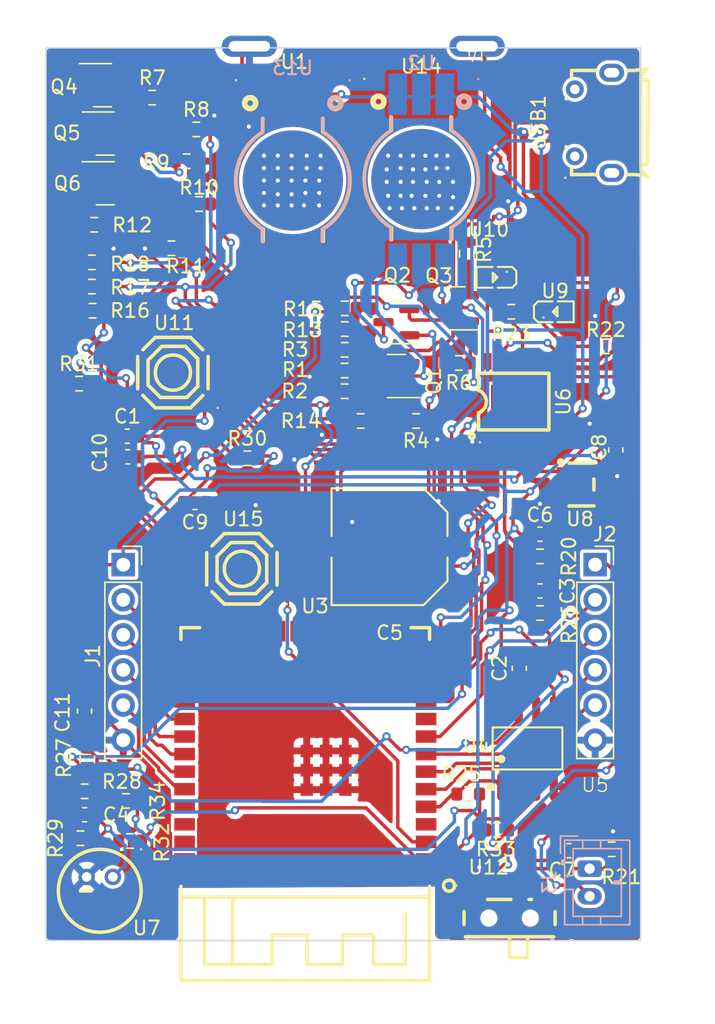
<source format=kicad_pcb>
(kicad_pcb (version 20240108) (generator "pcbnew") (generator_version "8.0")
  (layers (0 "F.Cu" signal) (31 "B.Cu" signal) (34 "B.Paste" user) (35 "F.Paste" user) (36 "B.SilkS" user "B.Silkscreen") (37 "F.SilkS" user "F.Silkscreen") (38 "B.Mask" user) (39 "F.Mask" user) (44 "Edge.Cuts" user))
  (net 0 "")
  (net 1 "GND")
  (net 2 "VDD")
  (net 3 "Net-(Q1-G)")
  (net 4 "Net-(Q1-S)")
  (net 5 "Net-(Q1-D)")
  (net 6 "Net-(Q2-G)")
  (net 7 "Net-(Q2-S)")
  (net 8 "Net-(Q2-D)")
  (net 9 "Net-(Q3-G)")
  (net 10 "Net-(Q3-S)")
  (net 11 "Net-(Q3-D)")
  (net 12 "Net-(Q4-G)")
  (net 13 "Net-(Q4-S)")
  (net 14 "Net-(Q4-D)")
  (net 15 "Net-(Q5-G)")
  (net 16 "Net-(Q5-S)")
  (net 17 "Net-(Q5-D)")
  (net 18 "Net-(Q6-G)")
  (net 19 "Net-(Q6-S)")
  (net 20 "Net-(Q6-D)")
  (net 21 "Net-(U6-PROG)")
  (net 22 "Net-(U5-VDD)")
  (net 23 "/BAT-")
  (net 25 "/BAT+")
  (net 26 "/BLUE2")
  (net 27 "/GREEN2")
  (net 28 "/RED2")
  (net 29 "/RED1")
  (net 30 "/GREEN1")
  (net 31 "/BLUE1")
  (net 32 "Net-(U9-K)")
  (net 33 "Net-(U6-CHRG#)")
  (net 34 "Net-(U10-K)")
  (net 35 "Net-(U6-STDBY#)")
  (net 37 "/MIC")
  (net 50 "VBAT")
  (net 51 "CHARGE+")
  (net 56 "Net-(U7-+)")
  (net 57 "Net-(U4A-IN1-)")
  (net 58 "Net-(U4B-IN2-)")
  (net 59 "/BOOT")
  (net 65 "/USB+")
  (net 66 "/USB-")
  (net 72 "/PIN35")
  (net 73 "/PIN34")
  (net 74 "/PIN33")
  (net 75 "/PIN32")
  (net 76 "/PIN10")
  (net 77 "/PIN9")
  (net 78 "/PIN8")
  (net 79 "/PIN7")
  (net 80 "/PIN6")
  (net 81 "Net-(U4B-OUT2)")
  (net 82 "/VDD_REF")
  (net 83 "/EN")
  (net 85 "/LED1")
  (net 86 "/LED2")
  (net 89 "Net-(U15-B)")
  (net 90 "Net-(U11-B)")
  (net 91 "Net-(C4-Pad1)")
  (net 92 "Net-(C11-Pad1)")
  (footprint "Resistor_SMD:R_0603_1608Metric" (layer "F.Cu") (at 160.9 81.2 180)
    (property "Reference" "R20")
    (property "Value" "4k7")
  )
  (footprint "Package_TO_SOT_SMD:SOT-23" (layer "F.Cu") (at 154.8125 63.25 180)
    (property "Reference" "Q3")
    (property "Value" "IRLML6244")
  )
  (footprint "footprint:SW-SMD_MK-12C02-G025" (layer "F.Cu") (at 158.7 106.929007)
    (property "Reference" "U12")
    (property "Value" "MK-12C02-G025")
  )
  (footprint "Resistor_SMD:R_0603_1608Metric" (layer "F.Cu") (at 151.925 71.4 180)
    (property "Reference" "R4")
    (property "Value" "100")
  )
  (footprint "Resistor_SMD:R_0603_1608Metric" (layer "F.Cu") (at 146.75 69.25 180)
    (property "Reference" "R2")
    (property "Value" "100")
  )
  (footprint "Resistor_SMD:R_0603_1608Metric" (layer "F.Cu") (at 146.75 63.25 180)
    (property "Reference" "R15")
    (property "Value" "100k")
  )
  (footprint "footprint:LED0603-RD_BLUE" (layer "F.Cu") (at 161.95061 63.503505)
    (property "Reference" "U9")
    (property "Value" "XL-1608UBC-04")
  )
  (footprint "footprint:LED-SMD_XL-HD6070RGBC-A46L-BACKSIDE" (layer "F.Cu") (at 152.3 53.891364)
    (property "Reference" "U14")
    (property "Value" "XL-HD6070RGBC-A46L")
  )
  (footprint "footprint:XB4908A" (layer "F.Cu") (at 164.9 99.5)
    (property "Reference" "U5")
    (property "Value" "XB4908A")
  )
  (footprint "Capacitor_SMD:C_0603_1608Metric" (layer "F.Cu") (at 159.4 89.3 90)
    (property "Reference" "C2")
    (property "Value" "100pF optional")
  )
  (footprint "Resistor_SMD:R_0603_1608Metric" (layer "F.Cu") (at 130.9 98.9 180)
    (property "Reference" "R34")
    (property "Value" "10k")
  )
  (footprint "Resistor_SMD:R_0603_1608Metric" (layer "F.Cu") (at 135.3 52.6)
    (property "Reference" "R9")
    (property "Value" "1")
  )
  (footprint "footprint:LED-SMD_XL-HD6070RGBC-A46L" (layer "F.Cu") (at 143 53.999873)
    (property "Reference" "U1")
    (property "Value" "XL-HD6070RGBC-A46L")
  )
  (footprint "Resistor_SMD:R_0603_1608Metric" (layer "F.Cu") (at 165.675 66)
    (property "Reference" "R22")
    (property "Value" "1k")
  )
  (footprint "footprint:SW-SMD_4P-L5.1-W5.1-P3.70-LS6.5-TL-2" (layer "F.Cu") (at 134.3 67.9 180)
    (property "Reference" "U11")
    (property "Value" "TS-1187A-B-A-B")
  )
  (footprint "Resistor_SMD:R_0603_1608Metric" (layer "F.Cu") (at 127.5 68.7)
    (property "Reference" "R31")
    (property "Value" "100k")
  )
  (footprint "footprint6:CAP-SMD_BD8.0-L8.3-W8.3-FD" (layer "F.Cu") (at 150 80.5 180)
    (property "Reference" "C5")
    (property "Value" "1000uf")
  )
  (footprint "Capacitor_SMD:C_0603_1608Metric" (layer "F.Cu") (at 160.9 83.7)
    (property "Reference" "C3")
    (property "Value" "100nf")
  )
  (footprint "Resistor_SMD:R_0603_1608Metric" (layer "F.Cu") (at 147.9 71.4)
    (property "Reference" "R14")
    (property "Value" "100k")
  )
  (footprint "Connector_PinSocket_2.54mm:PinSocket_1x06_P2.54mm_Vertical" (layer "F.Cu") (at 164.9 81.8)
    (property "Reference" "J2")
    (property "Value" "Conn_01x06_Socket")
  )
  (footprint "Package_TO_SOT_SMD:SOT-23" (layer "F.Cu") (at 129.2 47.1)
    (property "Reference" "Q4")
    (property "Value" "IRLML6244")
  )
  (footprint "Resistor_SMD:R_0603_1608Metric" (layer "F.Cu") (at 155.025 67.2 180)
    (property "Reference" "R6")
    (property "Value" "100")
  )
  (footprint "Capacitor_SMD:C_0603_1608Metric" (layer "F.Cu") (at 127.9 92.4 90)
    (property "Reference" "C11")
    (property "Value" "1uF")
  )
  (footprint "footprint:MICRO-USB-SMD_MICROXNJ" (layer "F.Cu") (at 164.503683 49.824841 90)
    (property "Reference" "USB1")
    (property "Value" "MICROXNJ")
  )
  (footprint "Capacitor_SMD:C_0603_1608Metric" (layer "F.Cu") (at 166.4 73.5 90)
    (property "Reference" "C8")
    (property "Value" "100nf")
  )
  (footprint "Package_TO_SOT_SMD:SOT-23" (layer "F.Cu") (at 129.4 50.6)
    (property "Reference" "Q5")
    (property "Value" "IRLML6244")
  )
  (footprint "footprint:LED0603-RD_GREEN" (layer "F.Cu") (at 157.7 61 180)
    (property "Reference" "U10")
    (property "Value" "XL-1608SYGC-06")
  )
  (footprint "Package_TO_SOT_SMD:SOT-23" (layer "F.Cu") (at 150.5 68.15 180)
    (property "Reference" "Q1")
    (property "Value" "IRLML6244")
  )
  (footprint "Resistor_SMD:R_0603_1608Metric" (layer "F.Cu") (at 131.2 101.8 180)
    (property "Reference" "R32")
    (property "Value" "470R")
  )
  (footprint "footprint:SOIC-8_L4.9-W3.9-P1.27-LS6.0-BL" (layer "F.Cu") (at 160 95.1)
    (property "Reference" "U4")
    (property "Value" "TLV9002IDR")
  )
  (footprint "Resistor_SMD:R_0603_1608Metric" (layer "F.Cu") (at 132.8 48)
    (property "Reference" "R7")
    (property "Value" "1")
  )
  (footprint "Resistor_SMD:R_0603_1608Metric" (layer "F.Cu") (at 155.7 98.4)
    (property "Reference" "R25")
    (property "Value" "100k")
  )
  (footprint "Library:ChargingNotches" (layer "F.Cu") (at 156.345054 44.284065 180)
    (property "Reference" "J4")
    (property "Value" "Charging Notches")
  )
  (footprint "Resistor_SMD:R_0603_1608Metric" (layer "F.Cu") (at 127.6 101.6)
    (property "Reference" "R29")
    (property "Value" "10k")
  )
  (footprint "Resistor_SMD:R_0603_1608Metric" (layer "F.Cu") (at 157.8 101 180)
    (property "Reference" "R33")
    (property "Value" "100k")
  )
  (footprint "Resistor_SMD:R_0603_1608Metric" (layer "F.Cu") (at 128.475 63.425)
    (property "Reference" "R16")
    (property "Value" "100k")
  )
  (footprint "Resistor_SMD:R_0603_1608Metric" (layer "F.Cu") (at 128.1 95.9 90)
    (property "Reference" "R27")
    (property "Value" "100k")
  )
  (footprint "Resistor_SMD:R_0603_1608Metric" (layer "F.Cu") (at 128.425 59.925)
    (property "Reference" "R18")
    (property "Value" "100k")
  )
  (footprint "Resistor_SMD:R_0603_1608Metric" (layer "F.Cu") (at 134.2 58.9 180)
    (property "Reference" "R11")
    (property "Value" "4")
  )
  (footprint "footprint:MIC-TH_BD6.0_B6027AP383-056" (layer "F.Cu") (at 129 104.4)
    (property "Reference" "U7")
    (property "Value" "B4013AM423-093")
  )
  (footprint "Resistor_SMD:R_0603_1608Metric" (layer "F.Cu") (at 146.75 67.75 180)
    (property "Reference" "R1")
    (property "Value" "4")
  )
  (footprint "Capacitor_SMD:C_0603_1608Metric" (layer "F.Cu") (at 163 102.5)
    (property "Reference" "C7")
    (property "Value" "0.1uF")
  )
  (footprint "footprint:WIRELM-SMD_ESP32-S3-WROOM-1" (layer "F.Cu") (at 143.9 95.505029 180)
    (property "Reference" "U3")
    (property "Value" "ESP32-S2-SOLO-2-N4")
  )
  (footprint "Capacitor_SMD:C_0603_1608Metric" (layer "F.Cu") (at 160.9 79.6 180)
    (property "Reference" "C6")
    (property "Value" "10uf")
  )
  (footprint "Resistor_SMD:R_0603_1608Metric" (layer "F.Cu") (at 146.75 66.25 180)
    (property "Reference" "R3")
    (property "Value" "1")
  )
  (footprint "Resistor_SMD:R_0603_1608Metric" (layer "F.Cu") (at 128.425 61.675)
    (property "Reference" "R17")
    (property "Value" "100k")
  )
  (footprint "Capacitor_SMD:C_0603_1608Metric" (layer "F.Cu") (at 127.9 99.9)
    (property "Reference" "C4")
    (property "Value" "470nF")
  )
  (footprint "Resistor_SMD:R_0603_1608Metric" (layer "F.Cu") (at 155.6 59.3 90)
    (property "Reference" "R5")
    (property "Value" "1")
  )
  (footprint "Resistor_SMD:R_0603_1608Metric" (layer "F.Cu") (at 166.1 102.4)
    (property "Reference" "R21")
    (property "Value" "1k")
  )
  (footprint "Capacitor_SMD:C_0603_1608Metric" (layer "F.Cu") (at 131.025 74)
    (property "Reference" "C10")
    (property "Value" "100uf")
  )
  (footprint "Resistor_SMD:R_0603_1608Metric" (layer "F.Cu") (at 160.9 85.3 180)
    (property "Reference" "R26")
    (property "Value" "47k")
  )
  (footprint "Capacitor_SMD:C_0603_1608Metric" (layer "F.Cu") (at 135.9 77.3 180)
    (property "Reference" "C9")
    (property "Value" "1uf")
  )
  (footprint "Connector_PinSocket_2.54mm:PinSocket_1x06_P2.54mm_Vertical" (layer "F.Cu") (at 130.7 81.8)
    (property "Reference" "J1")
    (property "Value" "Conn_01x06_Socket")
  )
  (footprint "Resistor_SMD:R_0603_1608Metric" (layer "F.Cu") (at 128.6 57.2)
    (property "Reference" "R12")
    (property "Value" "100")
  )
  (footprint "Resistor_SMD:R_0603_1608Metric" (layer "F.Cu") (at 158.825 63.5 180)
    (property "Reference" "R23")
    (property "Value" "1k")
  )
  (footprint "footprint:SOT-23-5_L3.0-W1.7-P0.95-LS2.8-BR" (layer "F.Cu") (at 163.91176 75.999873 180)
    (property "Reference" "U8")
    (property "Value" "ME6217C33M5G")
  )
  (footprint "Capacitor_SMD:C_0603_1608Metric" (layer "F.Cu") (at 131 72.5)
    (property "Reference" "C1")
    (property "Value" "47uf")
  )
  (footprint "Package_TO_SOT_SMD:SOT-23" (layer "F.Cu") (at 129.4 54.2)
    (property "Reference" "Q6")
    (property "Value" "IRLML6244")
  )
  (footprint "footprint:ESOP-8_L4.9-W3.9-P1.27-LS6.0-BL-EP" (layer "F.Cu") (at 159 70)
    (property "Reference" "U6")
    (property "Value" "TP4056_C725790")
  )
  (footprint "Resistor_SMD:R_0603_1608Metric" (layer "F.Cu") (at 127.9 98.2)
    (property "Reference" "R28")
    (property "Value" "10k")
  )
  (footprint "Resistor_SMD:R_0603_1608Metric" (layer "F.Cu") (at 136 50.3)
    (property "Reference" "R8")
    (property "Value" "100")
  )
  (footprint "Resistor_SMD:R_0603_1608Metric" (layer "F.Cu") (at 136.2 55.7)
    (property "Reference" "R10")
    (property "Value" "100")
  )
  (footprint "Resistor_SMD:R_0603_1608Metric" (layer "F.Cu") (at 139.7 74.1)
    (property "Reference" "R30")
    (property "Value" "100k")
  )
  (footprint "Resistor_SMD:R_0603_1608Metric" (layer "F.Cu") (at 146.75 64.75 180)
    (property "Reference" "R13")
    (property "Value" "100k")
  )
  (footprint "footprint:SW-SMD_4P-L5.1-W5.1-P3.70-LS6.5-TL-2" (layer "F.Cu") (at 139.3 82.1 180)
    (property "Reference" "U15")
    (property "Value" "TS-1187A-B-A-B")
  )
  (footprint "Package_TO_SOT_SMD:SOT-23" (layer "F.Cu") (at 150.5 64.25 180)
    (property "Reference" "Q2")
    (property "Value" "IRLML6244")
  )
  (footprint "Connector_JST:JST_PH_B2B-PH-K_1x02_P2.00mm_Vertical" (layer "B.Cu") (at 164.5 103.8 -90)
    (property "Reference" "J3")
    (property "Value" "Battery Connector")
  )
  (footprint "footprint:LED-SMD_XL-HD6070RGBC-A46L" (layer "B.Cu") (at 152.3 53.9 180)
    (property "Reference" "U2")
    (property "Value" "XL-HD6070RGBC-A46L")
  )
  (footprint "footprint:LED-SMD_XL-HD6070RGBC-A46L-BACKSIDE" (layer "B.Cu") (at 142.978132 53.999873 180)
    (property "Reference" "U13")
    (property "Value" "XL-HD6070RGBC-A46L")
  )
  (gr_rect (start 125.1 44.4) (end 168.2 109) (stroke (width 0.1)) (fill none) (layer "Edge.Cuts"))
  (segment (start 160.76331 74.5) (end 160.270002 74.5) (width 0.25) (layer "F.Cu") (net 1))
  (segment (start 161.675 76.536493) (end 161.675 78) (width 0.25) (layer "F.Cu") (net 1))
  (segment (start 138.324904 98.1) (end 136.862452 99.562452) (width 0.25) (layer "F.Cu") (net 1))
  (segment (start 159.635001 72.035001) (end 159.635001 72.908306) (width 0.25) (layer "F.Cu") (net 1))
  (segment (start 146.732791 80.5) (end 146.732791 79.267209) (width 0.25) (layer "F.Cu") (net 1))
  (segment (start 130.225 73.975) (end 130.25 74) (width 0.25) (layer "F.Cu") (net 1))
  (segment (start 156.275 102.625) (end 155.4 103.5) (width 0.25) (layer "F.Cu") (net 1))
  (segment (start 158.6 55.5) (end 158.6 56.292201) (width 0.25) (layer "F.Cu") (net 1))
  (segment (start 161.905004 98.794996) (end 161.905004 99.494996) (width 0.25) (layer "F.Cu") (net 1))
  (segment (start 142.599975 80.249784) (end 142.249975 80.249784) (width 0.25) (layer "F.Cu") (net 1))
  (segment (start 136.215643 73.1995) (end 134.415143 75) (width 0.25) (layer "F.Cu") (net 1))
  (segment (start 138.1 52.2) (end 138.1 49.3) (width 0.25) (layer "F.Cu") (net 1))
  (segment (start 128.125 91.625) (end 127.9 91.625) (width 0.25) (layer "F.Cu") (net 1))
  (segment (start 158.6 57.225) (end 159.1 57.725) (width 0.25) (layer "F.Cu") (net 1))
  (segment (start 163.7 71.6) (end 162.6 72.7) (width 0.25) (layer "F.Cu") (net 1))
  (segment (start 166.4 98.9635) (end 166.4 100.0365) (width 0.25) (layer "F.Cu") (net 1))
  (segment (start 146.075 72.4) (end 147.075 71.4) (width 0.25) (layer "F.Cu") (net 1))
  (segment (start 134.124936 103.230061) (end 133.5 103.854997) (width 0.25) (layer "F.Cu") (net 1))
  (segment (start 133.5 103.854997) (end 136.174936 103.854997) (width 0.25) (layer "F.Cu") (net 1))
  (segment (start 145.925 67.75) (end 145.925 66.25) (width 0.25) (layer "F.Cu") (net 1))
  (segment (start 139.308284 49.608284) (end 139.308284 45.06177) (width 0.25) (layer "F.Cu") (net 1))
  (segment (start 134.415143 75) (end 131.25 75) (width 0.25) (layer "F.Cu") (net 1))
  (segment (start 159.475134 48.524866) (end 158.725 49.275) (width 0.25) (layer "F.Cu") (net 1))
  (segment (start 153.283414 72.563133) (end 153.461768 72.741487) (width 0.25) (layer "F.Cu") (net 1))
  (segment (start 160.725 100.675) (end 160.492587 100.675) (width 0.25) (layer "F.Cu") (net 1))
  (segment (start 132.875 100.05) (end 133.619971 100.794971) (width 0.25) (layer "F.Cu") (net 1))
  (segment (start 153.635141 72.91486) (end 153.461768 72.741487) (width 0.25) (layer "F.Cu") (net 1))
  (segment (start 162.56331 72.7) (end 160.76331 74.5) (width 0.25) (layer "F.Cu") (net 1))
  (segment (start 141.749784 80.249784) (end 142.599975 80.249784) (width 0.25) (layer "F.Cu") (net 1))
  (segment (start 161.675 81.15) (end 161.725 81.2) (width 0.25) (layer "F.Cu") (net 1))
  (segment (start 142.479213 74.193878) (end 141.473091 75.2) (width 0.25) (layer "F.Cu") (net 1))
  (segment (start 161.725 83.65) (end 161.675 83.7) (width 0.25) (layer "F.Cu") (net 1))
  (segment (start 146.732791 79.267209) (end 147.289859 78.710141) (width 0.25) (layer "F.Cu") (net 1))
  (segment (start 134.124936 101.253185) (end 134.124936 103.230061) (width 0.25) (layer "F.Cu") (net 1))
  (segment (start 133.625 48) (end 134.925 49.3) (width 0.25) (layer "F.Cu") (net 1))
  (segment (start 137.375 73.594905) (end 136.979595 73.1995) (width 0.25) (layer "F.Cu") (net 1))
  (segment (start 162.611658 75.999873) (end 162.21162 75.999873) (width 0.25) (layer "F.Cu") (net 1))
  (segment (start 158.632034 56.324235) (end 158.632034 57.192966) (width 0.25) (layer "F.Cu") (net 1))
  (segment (start 136.174936 100.249968) (end 136.862452 99.562452) (width 0.25) (layer "F.Cu") (net 1))
  (segment (start 132.3 58.9) (end 132.275 58.925) (width 0.25) (layer "F.Cu") (net 1))
  (segment (start 161.905004 99.494996) (end 161.905004 97.872416) (width 0.25) (layer "F.Cu") (net 1))
  (segment (start 157.094996 72.908306) (end 156.008306 72.908306) (width 0.25) (layer "F.Cu") (net 1))
  (segment (start 155.4 103.5) (end 154.5 104.4) (width 0.25) (layer "F.Cu") (net 1))
  (segment (start 128.050038 104.4) (end 128.1 104.4) (width 0.25) (layer "F.Cu") (net 1))
  (segment (start 166.1635 98.9635) (end 166.4 98.9635) (width 0.25) (layer "F.Cu") (net 1))
  (segment (start 147.075 71.4) (end 148.238133 72.563133) (width 0.25) (layer "F.Cu") (net 1))
  (segment (start 161.675 83.7) (end 161.675 85.25) (width 0.25) (layer "F.Cu") (net 1))
  (segment (start 144.65 67.75) (end 144.2 68.2) (width 0.25) (layer "F.Cu") (net 1))
  (segment (start 138.1 49.3) (end 137.4 48.6) (width 0.25) (layer "F.Cu") (net 1))
  (segment (start 162.21162 75.999873) (end 161.675 76.536493) (width 0.25) (layer "F.Cu") (net 1))
  (segment (start 133.666722 100.794971) (end 134.124936 101.253185) (width 0.25) (layer "F.Cu") (net 1))
  (segment (start 130.225 72.5) (end 129.875025 72.150025) (width 0.25) (layer "F.Cu") (net 1))
  (segment (start 164.5 71.6) (end 163.7 71.6) (width 0.25) (layer "F.Cu") (net 1))
  (segment (start 132.354997 103.854997) (end 133.5 103.854997) (width 0.25) (layer "F.Cu") (net 1))
  (segment (start 129.75 102.75) (end 131.290686 102.75) (width 0.25) (layer "F.Cu") (net 1))
  (segment (start 127.65 63.425) (end 127.6 63.375) (width 0.25) (layer "F.Cu") (net 1))
  (segment (start 129.875025 66.875025) (end 127.65 64.65) (width 0.25) (layer "F.Cu") (net 1))
  (segment (start 137.599975 66.049784) (end 136.850216 66.049784) (width 0.25) (layer "F.Cu") (net 1))
  (segment (start 147.575 64.75) (end 147.575 63.25) (width 0.25) (layer "F.Cu") (net 1))
  (segment (start 127.925 58.925) (end 130 58.925) (width 0.25) (layer "F.Cu") (net 1))
  (segment (start 158.825 102.342587) (end 158.825 102.575) (width 0.25) (layer "F.Cu") (net 1))
  (segment (start 127.65 64.65) (end 127.65 63.425) (width 0.25) (layer "F.Cu") (net 1))
  (segment (start 134.925 49.3) (end 137.3 49.3) (width 0.25) (layer "F.Cu") (net 1))
  (segment (start 166.4 100.9) (end 166.2 101.1) (width 0.25) (layer "F.Cu") (net 1))
  (segment (start 132.2 103.659314) (end 132.2 103.7) (width 0.25) (layer "F.Cu") (net 1))
  (segment (start 136.675 77.3) (end 138.8 77.3) (width 0.25) (layer "F.Cu") (net 1))
  (segment (start 130.7 94.5) (end 130.7 94.2) (width 0.25) (layer "F.Cu") (net 1))
  (segment (start 131.225241 71.499759) (end 130.225 72.5) (width 0.25) (layer "F.Cu") (net 1))
  (segment (start 158.6 57.225) (end 157.35 58.475) (width 0.25) (layer "F.Cu") (net 1))
  (segment (start 157.094996 72.908306) (end 157.094996 72.205004) (width 0.25) (layer "F.Cu") (net 1))
  (segment (start 146.075 66.25) (end 147.575 64.75) (width 0.25) (layer "F.Cu") (net 1))
  (segment (start 141.7 104.4) (end 136.862452 99.562452) (width 0.25) (layer "F.Cu") (net 1))
  (segment (start 129.875025 72.150025) (end 129.875025 66.875025) (width 0.25) (layer "F.Cu") (net 1))
  (segment (start 132.2 103.7) (end 132.354997 103.854997) (width 0.25) (layer "F.Cu") (net 1))
  (segment (start 130.7 94.5) (end 132.875 96.675) (width 0.25) (layer "F.Cu") (net 1))
  (segment (start 134.225 48.6) (end 133.625 48) (width 0.25) (layer "F.Cu") (net 1))
  (segment (start 128.1 104.4) (end 129.75 102.75) (width 0.25) (layer "F.Cu") (net 1))
  (segment (start 139.308284 45.06177) (end 139.845054 44.525) (width 0.25) (layer "F.Cu") (net 1))
  (segment (start 136.174936 103.854997) (end 136.174936 100.249968) (width 0.25) (layer "F.Cu") (net 1))
  (segment (start 138.3 75.2) (end 137.375 74.275) (width 0.25) (layer "F.Cu") (net 1))
  (segment (start 158.775 102.625) (end 156.275 102.625) (width 0.25) (layer "F.Cu") (net 1))
  (segment (start 136.979595 73.1995) (end 136.215643 73.1995) (width 0.25) (layer "F.Cu") (net 1))
  (segment (start 157.5 71.8) (end 159.4 71.8) (width 0.25) (layer "F.Cu") (net 1))
  (segment (start 131.400241 71.499759) (end 131.225241 71.499759) (width 0.25) (layer "F.Cu") (net 1))
  (segment (start 158.6 56.292201) (end 158.632034 56.324235) (width 0.25) (layer "F.Cu") (net 1))
  (segment (start 145.925 66.25) (end 146.075 66.25) (width 0.25) (layer "F.Cu") (net 1))
  (segment (start 158.725 55.375) (end 158.6 55.5) (width 0.25) (layer "F.Cu") (net 1))
  (segment (start 130.225 72.5) (end 130.225 73.975) (width 0.25) (layer "F.Cu") (net 1))
  (segment (start 166.4 74.275) (end 166.4 75.3) (width 0.25) (layer "F.Cu") (net 1))
  (segment (start 158.725 49.275) (end 158.725 55.375) (width 0.25) (layer "F.Cu") (net 1))
  (segment (start 161.675 78) (end 161.675 79.6) (width 0.25) (layer "F.Cu") (net 1))
  (segment (start 138.8 77.3) (end 141.749784 80.249784) (width 0.25) (layer "F.Cu") (net 1))
  (segment (start 153.635141 77.114859) (end 153.635141 72.91486) (width 0.25) (layer "F.Cu") (net 1))
  (segment (start 160.492587 100.675) (end 158.825 102.342587) (width 0.25) (layer "F.Cu") (net 1))
  (segment (start 160.270002 74.5) (end 159.635001 73.864999) (width 0.25) (layer "F.Cu") (net 1))
  (segment (start 130.7 94.2) (end 128.125 91.625) (width 0.25) (layer "F.Cu") (net 1))
  (segment (start 143.103646 74.193878) (end 142.479213 74.193878) (width 0.25) (layer "F.Cu") (net 1))
  (segment (start 137.7 52.6) (end 138.1 52.2) (width 0.25) (layer "F.Cu") (net 1))
  (segment (start 156.5 103.7) (end 155.6 103.7) (width 0.25) (layer "F.Cu") (net 1))
  (segment (start 141.473091 75.2) (end 138.3 75.2) (width 0.25) (layer "F.Cu") (net 1))
  (segment (start 131.25 75) (end 130.25 74) (width 0.25) (layer "F.Cu") (net 1))
  (segment (start 160.9 77.4) (end 161.075 77.4) (width 0.25) (layer "F.Cu") (net 1))
  (segment (start 153.547702 77.202298) (end 153.635141 77.114859) (width 0.25) (layer "F.Cu") (net 1))
  (segment (start 159.635001 73.864999) (end 159.635001 72.908306) (width 0.25) (layer "F.Cu") (net 1))
  (segment (start 133.619971 100.794971) (end 133.666722 100.794971) (width 0.25) (layer "F.Cu") (net 1))
  (segment (start 137.375 74.275) (end 137.375 73.594905) (width 0.25) (layer "F.Cu") (net 1))
  (segment (start 159.1 57.725) (end 159.3 57.725) (width 0.25) (layer "F.Cu") (net 1))
  (segment (start 161.075 77.4) (end 161.675 78) (width 0.25) (layer "F.Cu") (net 1))
  (segment (start 161.675 79.6) (end 161.675 81.15) (width 0.25) (layer "F.Cu") (net 1))
  (segment (start 143.980035 98.1) (end 138.324904 98.1) (width 0.25) (layer "F.Cu") (net 1))
  (segment (start 136.125 52.6) (end 137.7 52.6) (width 0.25) (layer "F.Cu") (net 1))
  (segment (start 159.4 71.8) (end 159.635001 72.035001) (width 0.25) (layer "F.Cu") (net 1))
  (segment (start 157.35 58.475) (end 155.6 58.475) (width 0.25) (layer "F.Cu") (net 1))
  (segment (start 142.249975 80.249784) (end 140.3 78.299809) (width 0.25) (layer "F.Cu") (net 1))
  (segment (start 158.632034 57.192966) (end 158.6 57.225) (width 0.25) (layer "F.Cu") (net 1))
  (segment (start 164.9 97.7) (end 166.1635 98.9635) (width 0.25) (layer "F.Cu") (net 1))
  (segment (start 158.825 102.575) (end 158.775 102.625) (width 0.25) (layer "F.Cu") (net 1))
  (segment (start 157.094996 72.205004) (end 157.5 71.8) (width 0.25) (layer "F.Cu") (net 1))
  (segment (start 140.3 78.299809) (end 140.3 77.5) (width 0.25) (layer "F.Cu") (net 1))
  (segment (start 136.850216 66.049784) (end 131.400241 71.499759) (width 0.25) (layer "F.Cu") (net 1))
  (segment (start 162.907214 48.524866) (end 159.475134 48.524866) (width 0.25) (layer "F.Cu") (net 1))
  (segment (start 137.4 48.6) (end 134.225 48.6) (width 0.25) (layer "F.Cu") (net 1))
  (segment (start 132.875 96.675) (end 132.875 100.05) (width 0.25) (layer "F.Cu") (net 1))
  (segment (start 154.5 104.4) (end 141.7 104.4) (width 0.25) (layer "F.Cu") (net 1))
  (segment (start 161.675 85.25) (end 161.725 85.3) (width 0.25) (layer "F.Cu") (net 1))
  (segment (start 164.9 94.5) (end 164.9 97.7) (width 0.25) (layer "F.Cu") (net 1))
  (segment (start 145.925 67.75) (end 144.65 67.75) (width 0.25) (layer "F.Cu") (net 1))
  (segment (start 144.000076 98.079959) (end 143.980035 98.1) (width 0.25) (layer "F.Cu") (net 1))
  (segment (start 156.008306 72.908306) (end 156 72.9) (width 0.25) (layer "F.Cu") (net 1))
  (segment (start 145.1 72.4) (end 146.075 72.4) (width 0.25) (layer "F.Cu") (net 1))
  (segment (start 127.6 59.25) (end 127.925 58.925) (width 0.25) (layer "F.Cu") (net 1))
  (segment (start 161.725 81.2) (end 161.725 83.65) (width 0.25) (layer "F.Cu") (net 1))
  (segment (start 161.85 99.55) (end 161.905004 99.494996) (width 0.25) (layer "F.Cu") (net 1))
  (segment (start 161.85 99.55) (end 160.725 100.675) (width 0.25) (layer "F.Cu") (net 1))
  (segment (start 162.6 72.7) (end 162.56331 72.7) (width 0.25) (layer "F.Cu") (net 1))
  (segment (start 163 97.7) (end 161.905004 98.794996) (width 0.25) (layer "F.Cu") (net 1))
  (segment (start 139.8 50.1) (end 139.308284 49.608284) (width 0.25) (layer "F.Cu") (net 1))
  (segment (start 127.6 63.375) (end 127.6 61.675) (width 0.25) (layer "F.Cu") (net 1))
  (segment (start 131.290686 102.75) (end 132.2 103.659314) (width 0.25) (layer "F.Cu") (net 1))
  (segment (start 166.4 75.3) (end 166.5 75.4) (width 0.25) (layer "F.Cu") (net 1))
  (segment (start 148.238133 72.563133) (end 153.283414 72.563133) (width 0.25) (layer "F.Cu") (net 1))
  (segment (start 155.6 103.7) (end 155.4 103.5) (width 0.25) (layer "F.Cu") (net 1))
  (segment (start 127.6 59.925) (end 127.6 59.25) (width 0.25) (layer "F.Cu") (net 1))
  (segment (start 127.6 61.675) (end 127.6 59.925) (width 0.25) (layer "F.Cu") (net 1))
  (segment (start 164.9 97.7) (end 163 97.7) (width 0.25) (layer "F.Cu") (net 1))
  (segment (start 133.375 58.9) (end 132.3 58.9) (width 0.25) (layer "F.Cu") (net 1))
  (segment (start 166.4 100.0365) (end 166.4 100.9) (width 0.25) (layer "F.Cu") (net 1))
  (via (at 158.6 55.5) (size 0.6) (drill 0.3) (layers "F.Cu" "B.Cu") (net 1))
  (via (at 166.5 75.4) (size 0.6) (drill 0.3) (layers "F.Cu" "B.Cu") (net 1))
  (via (at 160.9 77.4) (size 0.6) (drill 0.3) (layers "F.Cu" "B.Cu") (net 1))
  (via (at 140.3 77.5) (size 0.6) (drill 0.3) (layers "F.Cu" "B.Cu") (net 1))
  (via (at 166.2 101.1) (size 0.6) (drill 0.3) (layers "F.Cu" "B.Cu") (net 1))
  (via (at 145.1 72.4) (size 0.6) (drill 0.3) (layers "F.Cu" "B.Cu") (net 1))
  (via (at 164.9 63.8) (size 0.6) (drill 0.3) (layers "F.Cu" "B.Cu") (net 1))
  (via (at 143.103646 74.193878) (size 0.6) (drill 0.3) (layers "F.Cu" "B.Cu") (net 1))
  (via (at 144.2 68.2) (size 0.6) (drill 0.3) (layers "F.Cu" "B.Cu") (net 1))
  (via (at 147.289859 78.710141) (size 0.6) (drill 0.3) (layers "F.Cu" "B.Cu") (net 1))
  (via (at 139.8 50.1) (size 0.6) (drill 0.3) (layers "F.Cu" "B.Cu") (net 1))
  (via (at 164.5 71.6) (size 0.6) (drill 0.3) (layers "F.Cu" "B.Cu") (net 1))
  (via (at 132.275 58.925) (size 0.6) (drill 0.3) (layers "F.Cu" "B.Cu") (net 1))
  (via (at 130 58.925) (size 0.6) (drill 0.3) (layers "F.Cu" "B.Cu") (net 1))
  (via (at 153.547702 77.202298) (size 0.6) (drill 0.3) (layers "F.Cu" "B.Cu") (net 1))
  (via (at 156.5 103.7) (size 0.6) (drill 0.3) (layers "F.Cu" "B.Cu") (net 1))
  (via (at 137.3 49.3) (size 0.6) (drill 0.3) (layers "F.Cu" "B.Cu") (net 1))
  (via (at 153.461768 72.741487) (size 0.6) (drill 0.3) (layers "F.Cu" "B.Cu") (net 1))
  (via (at 156 72.9) (size 0.6) (drill 0.3) (layers "F.Cu" "B.Cu") (net 1))
  (segment (start 140.6 77.8) (end 140.3 77.5) (width 0.25) (layer "B.Cu") (net 1))
  (segment (start 160.325 102.875) (end 159.025 104.175) (width 0.25) (layer "B.Cu") (net 1))
  (segment (start 166.075 101.225) (end 160.720405 101.225) (width 0.25) (layer "B.Cu") (net 1))
  (segment (start 148.9 77.8) (end 140.6 77.8) (width 0.25) (layer "B.Cu") (net 1))
  (segment (start 156 72.9) (end 154.8 72.9) (width 0.25) (layer "B.Cu") (net 1))
  (segment (start 144.2 68.2) (end 144.2 71.5) (width 0.25) (layer "B.Cu") (net 1))
  (segment (start 159.025 104.175) (end 156.975 104.175) (width 0.25) (layer "B.Cu") (net 1))
  (segment (start 132.4 58.8) (end 132.275 58.925) (width 0.25) (layer "B.Cu") (net 1))
  (segment (start 154.641487 72.741487) (end 153.461768 72.741487) (width 0.25) (layer "B.Cu") (net 1))
  (segment (start 152.95 77.8) (end 153.547702 77.202298) (width 0.25) (layer "B.Cu") (net 1))
  (segment (start 144.2 71.5) (end 145.1 72.4) (width 0.25) (layer "B.Cu") (net 1))
  (segment (start 166.2 101.1) (end 166.075 101.225) (width 0.25) (layer "B.Cu") (net 1))
  (segment (start 148.9 77.8) (end 148.2 77.8) (width 0.25) (layer "B.Cu") (net 1))
  (segment (start 164.5 71.6) (end 164.9 71.2) (width 0.25) (layer "B.Cu") (net 1))
  (segment (start 148.9 77.8) (end 152.95 77.8) (width 0.25) (layer "B.Cu") (net 1))
  (segment (start 156.975 104.175) (end 156.5 103.7) (width 0.25) (layer "B.Cu") (net 1))
  (segment (start 160.720405 101.225) (end 160.325 101.620405) (width 0.25) (layer "B.Cu") (net 1))
  (segment (start 145.1 72.4) (end 144.897524 72.4) (width 0.25) (layer "B.Cu") (net 1))
  (segment (start 166.5 75.4) (end 162.9 75.4) (width 0.25) (layer "B.Cu") (net 1))
  (segment (start 139.8 50.1) (end 138.1 50.1) (width 0.25) (layer "B.Cu") (net 1))
  (segment (start 138.1 50.1) (end 137.3 49.3) (width 0.25) (layer "B.Cu") (net 1))
  (segment (start 148.2 77.8) (end 147.289859 78.710141) (width 0.25) (layer "B.Cu") (net 1))
  (segment (start 162.9 75.4) (end 160.9 77.4) (width 0.25) (layer "B.Cu") (net 1))
  (segment (start 154.8 72.9) (end 154.641487 72.741487) (width 0.25) (layer "B.Cu") (net 1))
  (segment (start 132.275 58.925) (end 130 58.925) (width 0.25) (layer "B.Cu") (net 1))
  (segment (start 164.9 71.2) (end 164.9 63.8) (width 0.25) (layer "B.Cu") (net 1))
  (segment (start 160.325 101.620405) (end 160.325 102.875) (width 0.25) (layer "B.Cu") (net 1))
  (segment (start 144.897524 72.4) (end 143.103646 74.193878) (width 0.25) (layer "B.Cu") (net 1))
  (segment (start 165.975 72.725) (end 164.8 73.9) (width 0.25) (layer "F.Cu") (net 2))
  (segment (start 156.03986 101.33986) (end 154.249723 103.129997) (width 0.25) (layer "F.Cu") (net 2))
  (segment (start 156.38986 100.98986) (end 156.03986 101.33986) (width 0.25) (layer "F.Cu") (net 2))
  (segment (start 152.029997 103.129997) (end 152.650064 103.129997) (width 0.25) (layer "F.Cu") (net 2))
  (segment (start 138.8 99.5745) (end 138.9745 99.4) (width 0.25) (layer "F.Cu") (net 2))
  (segment (start 154.667209 81.9) (end 153.267209 80.5) (width 0.25) (layer "F.Cu") (net 2))
  (segment (start 155.4 81.9) (end 154.667209 81.9) (width 0.25) (layer "F.Cu") (net 2))
  (segment (start 138.875 74.1) (end 137.275 72.5) (width 0.25) (layer "F.Cu") (net 2))
  (segment (start 165.211862 75.049911) (end 165.211862 74.311862) (width 0.25) (layer "F.Cu") (net 2))
  (segment (start 158.094996 85.705004) (end 158.094996 92.649911) (width 0.25) (layer "F.Cu") (net 2))
  (segment (start 159.47821 79.6) (end 159.049173 79.170963) (width 0.25) (layer "F.Cu") (net 2))
  (segment (start 132.684762 101.140238) (end 132.025 101.8) (width 0.25) (layer "F.Cu") (net 2))
  (segment (start 126.675 79.075) (end 129.4 81.8) (width 0.25) (layer "F.Cu") (net 2))
  (segment (start 148.3 99.4) (end 152.029997 103.129997) (width 0.25) (layer "F.Cu") (net 2))
  (segment (start 160.2 76.55) (end 158.95 77.8) (width 0.25) (layer "F.Cu") (net 2))
  (segment (start 154.249723 103.129997) (end 152.650064 103.129997) (width 0.25) (layer "F.Cu") (net 2))
  (segment (start 156.37972 101) (end 156.03986 101.33986) (width 0.25) (layer "F.Cu") (net 2))
  (segment (start 158.7 85.1) (end 158.094996 85.705004) (width 0.25) (layer "F.Cu") (net 2))
  (segment (start 126.675 68.7) (end 126.675 79.075) (width 0.25) (layer "F.Cu") (net 2))
  (segment (start 158.95 77.8) (end 158.95 79.07179) (width 0.25) (layer "F.Cu") (net 2))
  (segment (start 137.275 72.5) (end 131.775 72.5) (width 0.25) (layer "F.Cu") (net 2))
  (segment (start 132.684762 100.81365) (end 132.684762 101.140238) (width 0.25) (layer "F.Cu") (net 2))
  (segment (start 132.836549 72.975) (end 133.075 73.213451) (width 0.25) (layer "F.Cu") (net 2))
  (segment (start 158.95 79.07179) (end 159.049173 79.170963) (width 0.25) (layer "F.Cu") (net 2))
  (segment (start 165.211862 74.311862) (end 164.8 73.9) (width 0.25) (layer "F.Cu") (net 2))
  (segment (start 160.125 79.6) (end 159.47821 79.6) (width 0.25) (layer "F.Cu") (net 2))
  (segment (start 166.4 72.725) (end 165.975 72.725) (width 0.25) (layer "F.Cu") (net 2))
  (segment (start 156.975 101) (end 156.37972 101) (width 0.25) (layer "F.Cu") (net 2))
  (segment (start 129.4 81.8) (end 130.7 81.8) (width 0.25) (layer "F.Cu") (net 2))
  (segment (start 131.775 72.5) (end 132.25 72.975) (width 0.25) (layer "F.Cu") (net 2))
  (segment (start 132.25 72.975) (end 132.836549 72.975) (width 0.25) (layer "F.Cu") (net 2))
  (segment (start 160.2 76.55) (end 160.2 76.5) (width 0.25) (layer "F.Cu") (net 2))
  (segment (start 138.9745 99.4) (end 148.3 99.4) (width 0.25) (layer "F.Cu") (net 2))
  (via (at 158.7 85.1) (size 0.6) (drill 0.3) (layers "F.Cu" "B.Cu") (net 2))
  (via (at 155.4 81.9) (size 0.6) (drill 0.3) (layers "F.Cu" "B.Cu") (net 2))
  (via (at 164.8 73.9) (size 0.6) (drill 0.3) (layers "F.Cu" "B.Cu") (net 2))
  (via (at 132.684762 100.81365) (size 0.6) (drill 0.3) (layers "F.Cu" "B.Cu") (net 2))
  (via (at 138.8 99.5745) (size 0.6) (drill 0.3) (layers "F.Cu" "B.Cu") (net 2))
  (via (at 155.53986 101.83986) (size 0.6) (drill 0.3) (layers "F.Cu" "B.Cu") (net 2))
  (via (at 160.2 76.5) (size 0.6) (drill 0.3) (layers "F.Cu" "B.Cu") (net 2))
  (via (at 133.075 73.213451) (size 0.6) (drill 0.3) (layers "F.Cu" "B.Cu") (net 2))
  (via (at 159.049173 79.170963) (size 0.6) (drill 0.3) (layers "F.Cu" "B.Cu") (net 2))
  (segment (start 138.8 99.5745) (end 138.6745 99.7) (width 0.25) (layer "B.Cu") (net 2))
  (segment (start 130.7 80.5) (end 134.8 76.4) (width 0.25) (layer "B.Cu") (net 2))
  (segment (start 156.326878 80.073123) (end 156.326878 81.026878) (width 0.25) (layer "B.Cu") (net 2))
  (segment (start 162.8 73.9) (end 164.8 73.9) (width 0.25) (layer "B.Cu") (net 2))
  (segment (start 158.501878 84.901878) (end 158.501878 79.718258) (width 0.25) (layer "B.Cu") (net 2))
  (segment (start 138.6745 99.7) (end 133.798412 99.7) (width 0.25) (layer "B.Cu") (net 2))
  (segment (start 156.4 99.349566) (end 156.4 85.7) (width 0.25) (layer "B.Cu") (net 2))
  (segment (start 158.7 85.1) (end 158.501878 84.901878) (width 0.25) (layer "B.Cu") (net 2))
  (segment (start 133.798412 99.7) (end 132.684762 100.81365) (width 0.25) (layer "B.Cu") (net 2))
  (segment (start 156.4 85.7) (end 157 85.1) (width 0.25) (layer "B.Cu") (net 2))
  (segment (start 137.675 76.025) (end 158.025 76.025) (width 0.25) (layer "B.Cu") (net 2))
  (segment (start 155.6 81.9) (end 155.4 81.9) (width 0.25) (layer "B.Cu") (net 2))
  (segment (start 158.501878 79.718258) (end 159.049173 79.170963) (width 0.25) (layer "B.Cu") (net 2))
  (segment (start 137.3 76.4) (end 135.5 76.4) (width 0.25) (layer "B.Cu") (net 2))
  (segment (start 158.4 76.5) (end 160.2 76.5) (width 0.25) (layer "B.Cu") (net 2))
  (segment (start 158.4 76.4) (end 158.4 78.000001) (width 0.25) (layer "B.Cu") (net 2))
  (segment (start 158.4 76.4) (end 158.4 76.5) (width 0.25) (layer "B.Cu") (net 2))
  (segment (start 155.53986 101.83986) (end 155.53986 100.209706) (width 0.25) (layer "B.Cu") (net 2))
  (segment (start 155.53986 100.209706) (end 156.4 99.349566) (width 0.25) (layer "B.Cu") (net 2))
  (segment (start 158.4 78.000001) (end 156.326878 80.073123) (width 0.25) (layer "B.Cu") (net 2))
  (segment (start 133.075 73.975) (end 133.075 73.213451) (width 0.25) (layer "B.Cu") (net 2))
  (segment (start 137.3 76.4) (end 137.675 76.025) (width 0.25) (layer "B.Cu") (net 2))
  (segment (start 157 85.1) (end 158.7 85.1) (width 0.25) (layer "B.Cu") (net 2))
  (segment (start 135.5 76.4) (end 133.075 73.975) (width 0.25) (layer "B.Cu") (net 2))
  (segment (start 156.4 81.1) (end 155.6 81.9) (width 0.25) (layer "B.Cu") (net 2))
  (segment (start 158.025 76.025) (end 158.4 76.4) (width 0.25) (layer "B.Cu") (net 2))
  (segment (start 160.2 76.5) (end 162.8 73.9) (width 0.25) (layer "B.Cu") (net 2))
  (segment (start 130.7 81.8) (end 130.7 80.5) (width 0.25) (layer "B.Cu") (net 2))
  (segment (start 134.8 76.4) (end 137.3 76.4) (width 0.25) (layer "B.Cu") (net 2))
  (segment (start 147.575 69.25) (end 150.8875 69.25) (width 0.25) (layer "F.Cu") (net 3))
  (segment (start 147.575 67.75) (end 148.125 67.2) (width 0.25) (layer "F.Cu") (net 4))
  (segment (start 148.125 67.2) (end 151.4375 67.2) (width 0.25) (layer "F.Cu") (net 4))
  (segment (start 152.5 68.15) (end 149.5625 68.15) (width 0.25) (layer "F.Cu") (net 5))
  (via (at 152.5 68.15) (size 0.6) (drill 0.3) (layers "F.Cu" "B.Cu") (net 5))
  (segment (start 149.075 61.574962) (end 149.075 63.575) (width 0.25) (layer "B.Cu") (net 5))
  (segment (start 152.5 67) (end 152.5 68.15) (width 0.25) (layer "B.Cu") (net 5))
  (segment (start 149.075 63.575) (end 152.5 67) (width 0.25) (layer "B.Cu") (net 5))
  (segment (start 150.599975 60.049987) (end 149.075 61.574962) (width 0.25) (layer "B.Cu") (net 5))
  (segment (start 152.825 71.4) (end 152.825 69.975) (width 0.25) (layer "F.Cu") (net 6))
  (segment (start 153.09812 65.097179) (end 152.995299 65.2) (width 0.25) (layer "F.Cu") (net 6))
  (segment (start 152.995299 65.2) (end 151.4375 65.2) (width 0.25) (layer "F.Cu") (net 6))
  (segment (start 152.825 69.975) (end 152.9 69.9) (width 0.25) (layer "F.Cu") (net 6))
  (via (at 153.09812 65.097179) (size 0.6) (drill 0.3) (layers "F.Cu" "B.Cu") (net 6))
  (via (at 152.9 69.9) (size 0.6) (drill 0.3) (layers "F.Cu" "B.Cu") (net 6))
  (segment (start 153.09812 65.097179) (end 153.225 65.224059) (width 0.25) (layer "B.Cu") (net 6))
  (segment (start 153.225 69.575) (end 152.9 69.9) (width 0.25) (layer "B.Cu") (net 6))
  (segment (start 153.225 65.224059) (end 153.225 69.575) (width 0.25) (layer "B.Cu") (net 6))
  (segment (start 151.6 64.1) (end 154.3 64.1) (width 0.25) (layer "F.Cu") (net 7))
  (segment (start 151.4375 63.3) (end 151.4375 63.9375) (width 0.25) (layer "F.Cu") (net 7))
  (segment (start 154.6 64.4) (end 154.6 65.3) (width 0.25) (layer "F.Cu") (net 7))
  (segment (start 151.4375 63.9375) (end 151.6 64.1) (width 0.25) (layer "F.Cu") (net 7))
  (segment (start 154.6 65.3) (end 154.2 65.7) (width 0.25) (layer "F.Cu") (net 7))
  (segment (start 154.3 64.1) (end 154.6 64.4) (width 0.25) (layer "F.Cu") (net 7))
  (segment (start 153.5 65.7) (end 152.9 66.3) (width 0.25) (layer "F.Cu") (net 7))
  (segment (start 152.9 66.3) (end 147.625 66.3) (width 0.25) (layer "F.Cu") (net 7))
  (segment (start 154.2 65.7) (end 153.5 65.7) (width 0.25) (layer "F.Cu") (net 7))
  (segment (start 147.625 66.3) (end 147.575 66.25) (width 0.25) (layer "F.Cu") (net 7))
  (segment (start 149.5625 64.25) (end 149.5625 65.4625) (width 0.25) (layer "F.Cu") (net 8))
  (segment (start 149.5625 65.4625) (end 149.6 65.5) (width 0.25) (layer "F.Cu") (net 8))
  (segment (start 151.4 62.3) (end 150.5 61.4) (width 0.25) (layer "F.Cu") (net 8))
  (segment (start 150.5 61.4) (end 147.5 61.4) (width 0.25) (layer "F.Cu") (net 8))
  (via (at 149.6 65.5) (size 0.6) (drill 0.3) (layers "F.Cu" "B.Cu") (net 8))
  (via (at 151.4 62.3) (size 0.6) (drill 0.3) (layers "F.Cu" "B.Cu") (net 8))
  (via (at 147.5 61.4) (size 0.6) (drill 0.3) (layers "F.Cu" "B.Cu") (net 8))
  (segment (start 152.3 60.049987) (end 152.3 61.4) (width 0.25) (layer "B.Cu") (net 8))
  (segment (start 147.5 63.4) (end 147.5 61.4) (width 0.25) (layer "B.Cu") (net 8))
  (segment (start 152.3 61.4) (end 151.4 62.3) (width 0.25) (layer "B.Cu") (net 8))
  (segment (start 149.6 65.5) (end 147.5 63.4) (width 0.25) (layer "B.Cu") (net 8))
  (segment (start 155.85 64.3) (end 155.85 67.2) (width 0.25) (layer "F.Cu") (net 9))
  (segment (start 155.75 64.2) (end 155.85 64.3) (width 0.25) (layer "F.Cu") (net 9))
  (segment (start 155.75 60.275) (end 155.75 62.3) (width 0.25) (layer "F.Cu") (net 10))
  (segment (start 155.6 60.125) (end 155.75 60.275) (width 0.25) (layer "F.Cu") (net 10))
  (segment (start 153.875 63.25) (end 153.875 62.375) (width 0.25) (layer "F.Cu") (net 11))
  (segment (start 153.875 62.375) (end 153.8 62.3) (width 0.25) (layer "F.Cu") (net 11))
  (via (at 153.8 62.3) (size 0.6) (drill 0.3) (layers "F.Cu" "B.Cu") (net 11))
  (segment (start 154.000025 60.049987) (end 153.8 60.250012) (width 0.25) (layer "B.Cu") (net 11))
  (segment (start 153.8 60.250012) (end 153.8 62.3) (width 0.25) (layer "B.Cu") (net 11))
  (segment (start 127.25 47.1625) (end 127.25 48.376041) (width 0.25) (layer "F.Cu") (net 12))
  (segment (start 134.9 50.3) (end 135.175 50.3) (width 0.25) (layer "F.Cu") (net 12))
  (segment (start 128.2625 46.15) (end 127.25 47.1625) (width 0.25) (layer "F.Cu") (net 12))
  (segment (start 127.498959 48.625) (end 131.453249 48.625) (width 0.25) (layer "F.Cu") (net 12))
  (segment (start 127.25 48.376041) (end 127.498959 48.625) (width 0.25) (layer "F.Cu") (net 12))
  (segment (start 131.578249 48.75) (end 133.35 48.75) (width 0.25) (layer "F.Cu") (net 12))
  (segment (start 131.453249 48.625) (end 131.578249 48.75) (width 0.25) (layer "F.Cu") (net 12))
  (segment (start 133.35 48.75) (end 134.9 50.3) (width 0.25) (layer "F.Cu") (net 12))
  (segment (start 131.975 48) (end 131.925 48.05) (width 0.25) (layer "F.Cu") (net 13))
  (segment (start 131.925 48.05) (end 128.2625 48.05) (width 0.25) (layer "F.Cu") (net 13))
  (segment (start 138.75 48.75) (end 137.1 47.1) (width 0.25) (layer "F.Cu") (net 14))
  (segment (start 141.299975 57.934289) (end 138.75 55.384314) (width 0.25) (layer "F.Cu") (net 14))
  (segment (start 141.299975 60.14986) (end 141.299975 57.934289) (width 0.25) (layer "F.Cu") (net 14))
  (segment (start 138.75 55.384314) (end 138.75 48.75) (width 0.25) (layer "F.Cu") (net 14))
  (segment (start 137.1 47.1) (end 130.1375 47.1) (width 0.25) (layer "F.Cu") (net 14))
  (segment (start 128.4625 49.65) (end 127.4 50.7125) (width 0.25) (layer "F.Cu") (net 15))
  (segment (start 127.4 50.7125) (end 127.4 51.826041) (width 0.25) (layer "F.Cu") (net 15))
  (segment (start 127.4 51.826041) (end 127.698959 52.125) (width 0.25) (layer "F.Cu") (net 15))
  (segment (start 127.698959 52.125) (end 130.825 52.125) (width 0.25) (layer "F.Cu") (net 15))
  (segment (start 130.825 52.125) (end 134.4 55.7) (width 0.25) (layer "F.Cu") (net 15))
  (segment (start 134.4 55.7) (end 135.375 55.7) (width 0.25) (layer "F.Cu") (net 15))
  (segment (start 128.4625 51.55) (end 131.5125 51.55) (width 0.25) (layer "F.Cu") (net 16))
  (segment (start 131.5125 51.55) (end 132.5625 52.6) (width 0.25) (layer "F.Cu") (net 16))
  (segment (start 134.475 52.6) (end 134.475 53.120404) (width 0.25) (layer "F.Cu") (net 16))
  (segment (start 134.475 53.120404) (end 134.764801 53.410205) (width 0.25) (layer "F.Cu") (net 16))
  (via (at 134.764801 53.410205) (size 0.6) (drill 0.3) (layers "F.Cu" "B.Cu") (net 16))
  (via (at 132.5625 52.6) (size 0.6) (drill 0.3) (layers "F.Cu" "B.Cu") (net 16))
  (segment (start 132.5625 52.6) (end 133.372705 53.410205) (width 0.25) (layer "B.Cu") (net 16))
  (segment (start 133.372705 53.410205) (end 134.764801 53.410205) (width 0.25) (layer "B.Cu") (net 16))
  (segment (start 138.75 56.05) (end 137.197702 54.497702) (width 0.25) (layer "F.Cu") (net 17))
  (segment (start 143 61.89986) (end 142.69986 62.2) (width 0.25) (layer "F.Cu") (net 17))
  (segment (start 142.69986 62.2) (end 139.8 62.2) (width 0.25) (layer "F.Cu") (net 17))
  (segment (start 139.8 62.2) (end 139.25 61.65) (width 0.25) (layer "F.Cu") (net 17))
  (segment (start 135.45 53.949999) (end 135.45 52.428249) (width 0.25) (layer "F.Cu") (net 17))
  (segment (start 139.25 57.5) (end 138.75 57) (width 0.25) (layer "F.Cu") (net 17))
  (segment (start 138.75 57) (end 138.75 56.05) (width 0.25) (layer "F.Cu") (net 17))
  (segment (start 137.197702 54.497702) (end 135.997703 54.497702) (width 0.25) (layer "F.Cu") (net 17))
  (segment (start 143 60.14986) (end 143 61.89986) (width 0.25) (layer "F.Cu") (net 17))
  (segment (start 135.997703 54.497702) (end 135.45 53.949999) (width 0.25) (layer "F.Cu") (net 17))
  (segment (start 135.45 52.428249) (end 133.621751 50.6) (width 0.25) (layer "F.Cu") (net 17))
  (segment (start 139.25 61.65) (end 139.25 57.5) (width 0.25) (layer "F.Cu") (net 17))
  (segment (start 133.621751 50.6) (end 130.3375 50.6) (width 0.25) (layer "F.Cu") (net 17))
  (segment (start 127 53.3) (end 128.4125 53.3) (width 0.25) (layer "F.Cu") (net 18))
  (segment (start 127 56.425) (end 127 53.3) (width 0.25) (layer "F.Cu") (net 18))
  (segment (start 128.4125 53.3) (end 128.4625 53.25) (width 0.25) (layer "F.Cu") (net 18))
  (segment (start 127.775 57.2) (end 127 56.425) (width 0.25) (layer "F.Cu") (net 18))
  (segment (start 131.05 55.15) (end 134.8 58.9) (width 0.25) (layer "F.Cu") (net 19))
  (segment (start 134.8 58.9) (end 135.025 58.9) (width 0.25) (layer "F.Cu") (net 19))
  (segment (start 128.4625 55.15) (end 131.05 55.15) (width 0.25) (layer "F.Cu") (net 19))
  (segment (start 144.700025 61.899975) (end 144 62.6) (width 0.25) (layer "F.Cu") (net 20))
  (segment (start 144.700025 60.14986) (end 144.700025 61.899975) (width 0.25) (layer "F.Cu") (net 20))
  (segment (start 138.5 60.7) (end 132 54.2) (width 0.25) (layer "F.Cu") (net 20))
  (segment (start 132 54.2) (end 130.3375 54.2) (width 0.25) (layer "F.Cu") (net 20))
  (segment (start 138.5 61.737259) (end 138.5 60.7) (width 0.25) (layer "F.Cu") (net 20))
  (segment (start 139.362741 62.6) (end 138.5 61.737259) (width 0.25) (layer "F.Cu") (net 20))
  (segment (start 144 62.6) (end 139.362741 62.6) (width 0.25) (layer "F.Cu") (net 20))
  (segment (start 158.339237 79.344808) (end 158.426878 79.432449) (width 0.25) (layer "F.Cu") (net 21))
  (segment (start 158.339237 72.934068) (end 158.339237 79.344808) (width 0.25) (layer "F.Cu") (net 21))
  (segment (start 158.364999 72.908306) (end 158.339237 72.934068) (width 0.25) (layer "F.Cu") (net 21))
  (segment (start 158.426878 79.551878) (end 160.075 81.2) (width 0.25) (layer "F.Cu") (net 21))
  (segment (start 158.426878 79.432449) (end 158.426878 79.551878) (width 0.25) (layer "F.Cu") (net 21))
  (segment (start 163.4 98.707) (end 162.893 98.707) (width 0.25) (layer "F.Cu") (net 22))
  (segment (start 162.893 98.707) (end 162.380004 99.219996) (width 0.25) (layer "F.Cu") (net 22))
  (segment (start 163.4 98.707) (end 163.707 98.707) (width 0.25) (layer "F.Cu") (net 22))
  (segment (start 159.3 102.539339) (end 159.3 103.2) (width 0.25) (layer "F.Cu") (net 22))
  (segment (start 163.707 98.707) (end 165.25 100.25) (width 0.25) (layer "F.Cu") (net 22))
  (segment (start 162.380004 99.219996) (end 162.380004 99.691748) (width 0.25) (layer "F.Cu") (net 22))
  (segment (start 165.25 100.25) (end 165.25 102.375) (width 0.25) (layer "F.Cu") (net 22))
  (segment (start 159.3 103.2) (end 161.525 103.2) (width 0.25) (layer "F.Cu") (net 22))
  (segment (start 161.525 103.2) (end 162.225 102.5) (width 0.25) (layer "F.Cu") (net 22))
  (segment (start 160.689339 101.15) (end 159.3 102.539339) (width 0.25) (layer "F.Cu") (net 22))
  (segment (start 162.380004 99.691748) (end 160.921752 101.15) (width 0.25) (layer "F.Cu") (net 22))
  (segment (start 160.921752 101.15) (end 160.689339 101.15) (width 0.25) (layer "F.Cu") (net 22))
  (segment (start 165.25 102.375) (end 165.275 102.4) (width 0.25) (layer "F.Cu") (net 22))
  (segment (start 162.1 105) (end 163.7 105) (width 0.25) (layer "F.Cu") (net 23))
  (segment (start 163.7 105) (end 164.5 105.8) (width 0.25) (layer "F.Cu") (net 23))
  (segment (start 163.4 99.945) (end 162.955 99.945) (width 0.25) (layer "F.Cu") (net 23))
  (segment (start 163.4 102.125) (end 163.775 102.5) (width 0.25) (layer "F.Cu") (net 23))
  (segment (start 162.955 99.945) (end 161 101.9) (width 0.25) (layer "F.Cu") (net 23))
  (segment (start 163.4 99.945) (end 163.4 102.125) (width 0.25) (layer "F.Cu") (net 23))
  (via (at 162.1 105) (size 0.6) (drill 0.3) (layers "F.Cu" "B.Cu") (net 23))
  (via (at 161 101.9) (size 0.6) (drill 0.3) (layers "F.Cu" "B.Cu") (net 23))
  (segment (start 161 103.9) (end 162.1 105) (width 0.25) (layer "B.Cu") (net 23))
  (segment (start 161 101.9) (end 161 103.9) (width 0.25) (layer "B.Cu") (net 23))
  (segment (start 166.9 69.480761) (end 166.9 68.3) (width 0.25) (layer "F.Cu") (net 25))
  (segment (start 166.8 68.2) (end 162.6 68.2) (width 0.25) (layer "F.Cu") (net 25))
  (segment (start 166.925 102.4) (end 165.525 103.8) (width 0.25) (layer "F.Cu") (net 25))
  (segment (start 167.394704 69.975465) (end 166.9 69.480761) (width 0.25) (layer "F.Cu") (net 25))
  (segment (start 166.925 102.4) (end 167.394704 101.930296) (width 0.25) (layer "F.Cu") (net 25))
  (segment (start 166.9 68.3) (end 166.8 68.2) (width 0.25) (layer "F.Cu") (net 25))
  (segment (start 160.545504 103.8) (end 164.5 103.8) (width 0.25) (layer "F.Cu") (net 25))
  (segment (start 161.491694 67.091694) (end 160.905004 67.091694) (width 0.25) (layer "F.Cu") (net 25))
  (segment (start 159.449936 104.895568) (end 160.545504 103.8) (width 0.25) (layer "F.Cu") (net 25))
  (segment (start 165.525 103.8) (end 164.5 103.8) (width 0.25) (layer "F.Cu") (net 25))
  (segment (start 159.449936 105.345568) (end 159.449936 104.895568) (width 0.25) (layer "F.Cu") (net 25))
  (segment (start 162.6 68.2) (end 161.491694 67.091694) (width 0.25) (layer "F.Cu") (net 25))
  (segment (start 167.394704 101.930296) (end 167.394704 69.975465) (width 0.25) (layer "F.Cu") (net 25))
  (segment (start 134.149936 91.699974) (end 135.149936 91.699974) (width 0.25) (layer "F.Cu") (net 26))
  (segment (start 133 75.6) (end 131.45 77.15) (width 0.25) (layer "F.Cu") (net 26))
  (segment (start 145.925 63.25) (end 146.725 62.45) (width 0.25) (layer "F.Cu") (net 26))
  (segment (start 149.15 62.45) (end 149.8 63.1) (width 0.25) (layer "F.Cu") (net 26))
  (segment (start 134.9745 75.6) (end 133 75.6) (width 0.25) (layer "F.Cu") (net 26))
  (segment (start 144.6 63.5) (end 145.675 63.5) (width 0.25) (layer "F.Cu") (net 26))
  (segment (start 154.2 67.2) (end 154.2 68.9) (width 0.25) (layer "F.Cu") (net 26))
  (segment (start 156.1 68.6) (end 154.5 68.6) (width 0.25) (layer "F.Cu") (net 26))
  (segment (start 131.45 77.15) (end 133.825 79.525) (width 0.25) (layer "F.Cu") (net 26))
  (segment (start 154.5 68.6) (end 154.2 68.9) (width 0.25) (layer "F.Cu") (net 26))
  (segment (start 145.675 63.5) (end 145.925 63.25) (width 0.25) (layer "F.Cu") (net 26))
  (segment (start 146.725 62.45) (end 149.15 62.45) (width 0.25) (layer "F.Cu") (net 26))
  (segment (start 133.825 91.375038) (end 134.149936 91.699974) (width 0.25) (layer "F.Cu") (net 26))
  (segment (start 133.825 79.525) (end 133.825 91.375038) (width 0.25) (layer "F.Cu") (net 26))
  (segment (start 136.7 73.8745) (end 134.9745 75.6) (width 0.25) (layer "F.Cu") (net 26))
  (via (at 136.7 73.8745) (size 0.6) (drill 0.3) (layers "F.Cu" "B.Cu") (net 26))
  (via (at 149.8 63.1) (size 0.6) (drill 0.3) (layers "F.Cu" "B.Cu") (net 26))
  (via (at 156.1 68.6) (size 0.6) (drill 0.3) (layers "F.Cu" "B.Cu") (net 26))
  (via (at 144.6 63.5) (size 0.6) (drill 0.3) (layers "F.Cu" "B.Cu") (net 26))
  (segment (start 137.570905 73.8745) (end 144.6 66.845405) (width 0.25) (layer "B.Cu") (net 26))
  (segment (start 152.126246 63.1) (end 156.1 67.073754) (width 0.25) (layer "B.Cu") (net 26))
  (segment (start 136.7 73.8745) (end 137.570905 73.8745) (width 0.25) (layer "B.Cu") (net 26))
  (segment (start 144.6 66.845405) (end 144.6 63.5) (width 0.25) (layer "B.Cu") (net 26))
  (segment (start 149.8 63.1) (end 152.126246 63.1) (width 0.25) (layer "B.Cu") (net 26))
  (segment (start 156.1 67.073754) (end 156.1 68.6) (width 0.25) (layer "B.Cu") (net 26))
  (segment (start 150.885014 86.610058) (end 150.885014 81.350699) (width 0.25) (layer "F.Cu") (net 27))
  (segment (start 139 71.4) (end 139 65.4) (width 0.25) (layer "F.Cu") (net 27))
  (segment (start 140.05 72.45) (end 139 71.4) (width 0.25) (layer "F.Cu") (net 27))
  (segment (start 136.700002 64.9) (end 134.5 62.699998) (width 0.25) (layer "F.Cu") (net 27))
  (segment (start 140.2 63.902945) (end 139.297055 63) (width 0.25) (layer "F.Cu") (net 27))
  (segment (start 139.297055 63) (end 137.275 63) (width 0.25) (layer "F.Cu") (net 27))
  (segment (start 141.65 71.25) (end 140.2 69.8) (width 0.25) (layer "F.Cu") (net 27))
  (segment (start 148.725 71.4) (end 151.175 71.4) (width 0.25) (layer "F.Cu") (net 27))
  (segment (start 146.5 70.4) (end 145.65 71.25) (width 0.25) (layer "F.Cu") (net 27))
  (segment (start 145.65 71.25) (end 141.65 71.25) (width 0.25) (layer "F.Cu") (net 27))
  (segment (start 143.05 72.45) (end 140.05 72.45) (width 0.25) (layer "F.Cu") (net 27))
  (segment (start 144.475 73.875) (end 143.05 72.45) (width 0.25) (layer "F.Cu") (net 27))
  (segment (start 137.275 63) (end 136.9 62.625) (width 0.25) (layer "F.Cu") (net 27))
  (segment (start 146.763133 74.328819) (end 146.309314 73.875) (width 0.25) (layer "F.Cu") (net 27))
  (segment (start 150.885014 81.350699) (end 146.472323 76.938008) (width 0.25) (layer "F.Cu") (net 27))
  (segment (start 147.725 70.4) (end 146.5 70.4) (width 0.25) (layer "F.Cu") (net 27))
  (segment (start 148.725 71.4) (end 147.725 70.4) (width 0.25) (layer "F.Cu") (net 27))
  (segment (start 138.5 64.9) (end 136.700002 64.9) (width 0.25) (layer "F.Cu") (net 27))
  (segment (start 139 65.4) (end 138.5 64.9) (width 0.25) (layer "F.Cu") (net 27))
  (segment (start 146.472323 75.113133) (end 146.763133 74.822323) (width 0.25) (layer "F.Cu") (net 27))
  (segment (start 146.763133 74.822323) (end 146.763133 74.328819) (width 0.25) (layer "F.Cu") (net 27))
  (segment (start 140.2 69.8) (end 140.2 63.902945) (width 0.25) (layer "F.Cu") (net 27))
  (segment (start 146.309314 73.875) (end 144.475 73.875) (width 0.25) (layer "F.Cu") (net 27))
  (segment (start 146.472323 76.938008) (end 146.472323 75.113133) (width 0.25) (layer "F.Cu") (net 27))
  (via (at 136.9 62.625) (size 0.6) (drill 0.3) (layers "F.Cu" "B.Cu") (net 27))
  (via (at 134.5 62.699998) (size 0.6) (drill 0.3) (layers "F.Cu" "B.Cu") (net 27))
  (segment (start 134.5 62.699998) (end 136.825002 62.699998) (width 0.25) (layer "B.Cu") (net 27))
  (segment (start 136.825002 62.699998) (end 136.9 62.625) (width 0.25) (layer "B.Cu") (net 27))
  (segment (start 143.724975 76.905886) (end 143.724975 84.975718) (width 0.25) (layer "F.Cu") (net 28))
  (segment (start 143.911808 74.692305) (end 143.911808 76.719053) (width 0.25) (layer "F.Cu") (net 28))
  (segment (start 145.925 69.825) (end 145.5 70.25) (width 0.25) (layer "F.Cu") (net 28))
  (segment (start 143.911808 76.719053) (end 143.724975 76.905886) (width 0.25) (layer "F.Cu") (net 28))
  (segment (start 145.925 69.25) (end 145.925 69.825) (width 0.25) (layer "F.Cu") (net 28))
  (segment (start 141.25 70.25) (end 140.6 69.6) (width 0.25) (layer "F.Cu") (net 28))
  (segment (start 140.6 69.6) (end 140.599999 66.900001) (width 0.25) (layer "F.Cu") (net 28))
  (segment (start 140.599999 66.900001) (end 142.75 64.75) (width 0.25) (layer "F.Cu") (net 28))
  (segment (start 145 70.25) (end 141.25 70.25) (width 0.25) (layer "F.Cu") (net 28))
  (segment (start 145.5 70.25) (end 145 70.25) (width 0.25) (layer "F.Cu") (net 28))
  (segment (start 143.724975 84.975718) (end 144.334315 85.585058) (width 0.25) (layer "F.Cu") (net 28))
  (segment (start 142.75 64.75) (end 145.925 64.75) (width 0.25) (layer "F.Cu") (net 28))
  (segment (start 148.320009 85.585058) (end 148.345009 85.610058) (width 0.25) (layer "F.Cu") (net 28))
  (segment (start 144.334315 85.585058) (end 148.320009 85.585058) (width 0.25) (layer "F.Cu") (net 28))
  (segment (start 148.345009 85.610058) (end 148.345009 86.610058) (width 0.25) (layer "F.Cu") (net 28))
  (via (at 145 70.25) (size 0.6) (drill 0.3) (layers "F.Cu" "B.Cu") (net 28))
  (via (at 143.911808 74.692305) (size 0.6) (drill 0.3) (layers "F.Cu" "B.Cu") (net 28))
  (segment (start 145.775 72.829113) (end 145.775 72.120405) (width 0.25) (layer "B.Cu") (net 28))
  (segment (start 145 71.345405) (end 145 70.25) (width 0.25) (layer "B.Cu") (net 28))
  (segment (start 145.775 72.120405) (end 145 71.345405) (width 0.25) (layer "B.Cu") (net 28))
  (segment (start 143.911808 74.692305) (end 145.775 72.829113) (width 0.25) (layer "B.Cu") (net 28))
  (segment (start 131.425 63.425) (end 133.75 61.1) (width 0.25) (layer "F.Cu") (net 29))
  (segment (start 129.3 64.999994) (end 129.300006 65) (width 0.25) (layer "F.Cu") (net 29))
  (segment (start 132.928249 59.6) (end 131.825 59.6) (width 0.25) (layer "F.Cu") (net 29))
  (segment (start 133.425 79.759314) (end 129.1 75.434314) (width 0.25) (layer "F.Cu") (net 29))
  (segment (start 135.149936 92.969977) (end 134.149936 92.969977) (width 0.25) (layer "F.Cu") (net 29))
  (segment (start 133.75 60.421751) (end 132.928249 59.6) (width 0.25) (layer "F.Cu") (net 29))
  (segment (start 133.75 61.1) (end 133.75 60.421751) (width 0.25) (layer "F.Cu") (net 29))
  (segment (start 129.1 67.200002) (end 128 66.100002) (width 0.25) (layer "F.Cu") (net 29))
  (segment (start 133.425 92.245041) (end 133.425 79.759314) (width 0.25) (layer "F.Cu") (net 29))
  (segment (start 129.1 75.434314) (end 129.1 67.200002) (width 0.25) (layer "F.Cu") (net 29))
  (segment (start 129.3 63.425) (end 131.425 63.425) (width 0.25) (layer "F.Cu") (net 29))
  (segment (start 129.3 63.425) (end 129.3 64.999994) (width 0.25) (layer "F.Cu") (net 29))
  (segment (start 134.149936 92.969977) (end 133.425 92.245041) (width 0.25) (layer "F.Cu") (net 29))
  (segment (start 131.825 59.6) (end 129.425 57.2) (width 0.25) (layer "F.Cu") (net 29))
  (via (at 129.300006 65) (size 0.6) (drill 0.3) (layers "F.Cu" "B.Cu") (net 29))
  (via (at 128 66.100002) (size 0.6) (drill 0.3) (layers "F.Cu" "B.Cu") (net 29))
  (segment (start 128.200004 66.100002) (end 128 66.100002) (width 0.25) (layer "B.Cu") (net 29))
  (segment (start 129.300006 65) (end 128.200004 66.100002) (width 0.25) (layer "B.Cu") (net 29))
  (segment (start 155.502173 77.647579) (end 154.622702 77.647579) (width 0.25) (layer "F.Cu") (net 30))
  (segment (start 144.654719 73.475) (end 143.229718 72.05) (width 0.25) (layer "F.Cu") (net 30))
  (segment (start 152.472702 77.647578) (end 152.472702 76.757017) (width 0.25) (layer "F.Cu") (net 30))
  (segment (start 156.475 80.736501) (end 156.275 80.536501) (width 0.25) (layer "F.Cu") (net 30))
  (segment (start 136.365685 63.8) (end 135.2 62.634315) (width 0.25) (layer "F.Cu") (net 30))
  (segment (start 131.175 61.675) (end 129.25 61.675) (width 0.25) (layer "F.Cu") (net 30))
  (segment (start 156.375 79.877311) (end 156.375 78.520406) (width 0.25) (layer "F.Cu") (net 30))
  (segment (start 152.675 73.475) (end 144.654719 73.475) (width 0.25) (layer "F.Cu") (net 30))
  (segment (start 152.835141 73.635141) (end 152.675 73.475) (width 0.25) (layer "F.Cu") (net 30))
  (segment (start 156.275 82.620405) (end 156.475 82.420405) (width 0.25) (layer "F.Cu") (net 30))
  (segment (start 152.835141 76.394578) (end 152.835141 73.635141) (width 0.25) (layer "F.Cu") (net 30))
  (segment (start 140.279719 72.05) (end 139.4 71.17028) (width 0.25) (layer "F.Cu") (net 30))
  (segment (start 152.650064 90.429972) (end 153.638656 90.429972) (width 0.25) (layer "F.Cu") (net 30))
  (segment (start 137.025 57.025) (end 138.5 58.5) (width 0.25) (layer "F.Cu") (net 30))
  (segment (start 156.275 86.365363) (end 156.275 82.620405) (width 0.25) (layer "F.Cu") (net 30))
  (segment (start 143.229718 72.05) (end 140.279719 72.05) (width 0.25) (layer "F.Cu") (net 30))
  (segment (start 154.622702 77.647579) (end 153.992982 78.277298) (width 0.25) (layer "F.Cu") (net 30))
  (segment (start 156.275 79.977311) (end 156.375 79.877311) (width 0.25) (layer "F.Cu") (net 30))
  (segment (start 152.472702 76.757017) (end 152.835141 76.394578) (width 0.25) (layer "F.Cu") (net 30))
  (segment (start 135.2 62.634315) (end 135.2 61.700002) (width 0.25) (layer "F.Cu") (net 30))
  (segment (start 139.4 64.234315) (end 138.965685 63.8) (width 0.25) (layer "F.Cu") (net 30))
  (segment (start 155.8 86.840363) (end 156.275 86.365363) (width 0.25) (layer "F.Cu") (net 30))
  (segment (start 139.4 71.17028) (end 139.4 64.234315) (width 0.25) (layer "F.Cu") (net 30))
  (segment (start 156.375 78.520406) (end 155.502173 77.647579) (width 0.25) (layer "F.Cu") (net 30))
  (segment (start 137.025 55.7) (end 137.025 57.025) (width 0.25) (layer "F.Cu") (net 30))
  (segment (start 153.992982 78.277298) (end 153.102421 78.277298) (width 0.25) (layer "F.Cu") (net 30))
  (segment (start 153.102421 78.277298) (end 152.472702 77.647578) (width 0.25) (layer "F.Cu") (net 30))
  (segment (start 153.638656 90.429972) (end 155.8 88.268628) (width 0.25) (layer "F.Cu") (net 30))
  (segment (start 156.275 80.536501) (end 156.275 79.977311) (width 0.25) (layer "F.Cu") (net 30))
  (segment (start 138.965685 63.8) (end 136.365685 63.8) (width 0.25) (layer "F.Cu") (net 30))
  (segment (start 156.475 82.420405) (end 156.475 80.736501) (width 0.25) (layer "F.Cu") (net 30))
  (segment (start 155.8 88.268628) (end 155.8 86.840363) (width 0.25) (layer "F.Cu") (net 30))
  (via (at 138.5 58.5) (size 0.6) (drill 0.3) (layers "F.Cu" "B.Cu") (net 30))
  (via (at 131.175 61.675) (size 0.6) (drill 0.3) (layers "F.Cu" "B.Cu") (net 30))
  (via (at 135.2 61.700002) (size 0.6) (drill 0.3) (layers "F.Cu" "B.Cu") (net 30))
  (segment (start 138.5 58.5) (end 138.5 60.045405) (width 0.25) (layer "B.Cu") (net 30))
  (segment (start 138.5 60.045405) (end 136.845403 61.700002) (width 0.25) (layer "B.Cu") (net 30))
  (segment (start 135.2 61.700002) (end 131.200002 61.700002) (width 0.25) (layer "B.Cu") (net 30))
  (segment (start 131.200002 61.700002) (end 131.175 61.675) (width 0.25) (layer "B.Cu") (net 30))
  (segment (start 136.845403 61.700002) (end 135.2 61.700002) (width 0.25) (layer "B.Cu") (net 30))
  (segment (start 156.2 88.434313) (end 156.2 87.006049) (width 0.25) (layer "F.Cu") (net 31))
  (segment (start 154.583077 91.437671) (end 154.583077 90.051237) (width 0.25) (layer "F.Cu") (net 31))
  (segment (start 131.185258 59.925) (end 131.21488 59.954622) (width 0.25) (layer "F.Cu") (net 31))
  (segment (start 129.25 59.925) (end 131.185258 59.925) (width 0.25) (layer "F.Cu") (net 31))
  (segment (start 152.872702 76.922703) (end 152.872702 77.481893) (width 0.25) (layer "F.Cu") (net 31))
  (segment (start 136.000003 60.799997) (end 136.000003 62.868632) (width 0.25) (layer "F.Cu") (net 31))
  (segment (start 137 50.475) (end 137 51.4) (width 0.25) (layer "F.Cu") (net 31))
  (segment (start 139.8 71.004595) (end 140.445405 71.65) (width 0.25) (layer "F.Cu") (net 31))
  (segment (start 153.235141 76.560264) (end 152.872702 76.922703) (width 0.25) (layer "F.Cu") (net 31))
  (segment (start 136.000003 62.868632) (end 136.531371 63.4) (width 0.25) (layer "F.Cu") (net 31))
  (segment (start 144.820405 73.075) (end 152.840686 73.075) (width 0.25) (layer "F.Cu") (net 31))
  (segment (start 139.8 64.06863) (end 139.8 71.004595) (width 0.25) (layer "F.Cu") (net 31))
  (segment (start 155.62028 77.2) (end 156.775 78.35472) (width 0.25) (layer "F.Cu") (net 31))
  (segment (start 156.2 87.006049) (end 156.675 86.531048) (width 0.25) (layer "F.Cu") (net 31))
  (segment (start 154.583077 90.051237) (end 156.2 88.434313) (width 0.25) (layer "F.Cu") (net 31))
  (segment (start 140.445405 71.65) (end 143.395404 71.65) (width 0.25) (layer "F.Cu") (net 31))
  (segment (start 154.504596 77.2) (end 155.62028 77.2) (width 0.25) (layer "F.Cu") (net 31))
  (segment (start 139.131371 63.4) (end 139.8 64.06863) (width 0.25) (layer "F.Cu") (net 31))
  (segment (start 154.320774 91.699974) (end 154.583077 91.437671) (width 0.25) (layer "F.Cu") (net 31))
  (segment (start 156.775 80.081906) (end 157.076878 80.383784) (width 0.25) (layer "F.Cu") (net 31))
  (segment (start 143.395404 71.65) (end 144.820405 73.075) (width 0.25) (layer "F.Cu") (net 31))
  (segment (start 153.268107 77.877298) (end 153.827297 77.877298) (width 0.25) (layer "F.Cu") (net 31))
  (segment (start 152.840686 73.075) (end 153.235141 73.469455) (width 0.25) (layer "F.Cu") (net 31))
  (segment (start 153.827297 77.877298) (end 154.504596 77.2) (width 0.25) (layer "F.Cu") (net 31))
  (segment (start 153.235141 73.469455) (end 153.235141 76.560264) (width 0.25) (layer "F.Cu") (net 31))
  (segment (start 156.775 78.35472) (end 156.775 80.081906) (width 0.25) (layer "F.Cu") (net 31))
  (segment (start 156.675 83.175) (end 156.95 82.9) (width 0.25) (layer "F.Cu") (net 31))
  (segment (start 136.531371 63.4) (end 139.131371 63.4) (width 0.25) (layer "F.Cu") (net 31))
  (segment (start 136.825 50.3) (end 137 50.475) (width 0.25) (layer "F.Cu") (net 31))
  (segment (start 152.650064 91.699974) (end 154.320774 91.699974) (width 0.25) (layer "F.Cu") (net 31))
  (segment (start 156.675 86.531048) (end 156.675 83.175) (width 0.25) (layer "F.Cu") (net 31))
  (segment (start 152.872702 77.481893) (end 153.268107 77.877298) (width 0.25) (layer "F.Cu") (net 31))
  (via (at 157.076878 80.383784) (size 0.6) (drill 0.3) (layers "F.Cu" "B.Cu") (net 31))
  (via (at 137 51.4) (size 0.6) (drill 0.3) (layers "F.Cu" "B.Cu") (net 31))
  (via (at 136.000003 60.799997) (size 0.6) (drill 0.3) (layers "F.Cu" "B.Cu") (net 31))
  (via (at 156.95 82.9) (size 0.6) (drill 0.3) (layers "F.Cu" "B.Cu") (net 31))
  (via (at 131.21488 59.954622) (size 0.6) (drill 0.3) (layers "F.Cu" "B.Cu") (net 31))
  (segment (start 136 60.8) (end 136.000003 60.799997) (width 0.25) (layer "B.Cu") (net 31))
  (segment (start 136 60.8) (end 137.052298 59.747702) (width 0.25) (layer "B.Cu") (net 31))
  (segment (start 156.95 82.9) (end 156.95 80.510662) (width 0.25) (layer "B.Cu") (net 31))
  (segment (start 137.052298 59.747702) (end 137.052298 51.452298) (width 0.25) (layer "B.Cu") (net 31))
  (segment (start 135.154622 59.954622) (end 136 60.8) (width 0.25) (layer "B.Cu") (net 31))
  (segment (start 131.21488 59.954622) (end 135.154622 59.954622) (width 0.25) (layer "B.Cu") (net 31))
  (segment (start 137.052298 51.452298) (end 137 51.4) (width 0.25) (layer "B.Cu") (net 31))
  (segment (start 156.95 80.510662) (end 157.076878 80.383784) (width 0.25) (layer "B.Cu") (net 31))
  (segment (start 161.151067 63.507112) (end 161.151067 64.401067) (width 0.25) (layer "F.Cu") (net 32))
  (segment (start 161.151067 64.401067) (end 162.75 66) (width 0.25) (layer "F.Cu") (net 32))
  (segment (start 162.75 66) (end 164.85 66) (width 0.25) (layer "F.Cu") (net 32))
  (segment (start 165.8 66.7) (end 166.5 66) (width 0.25) (layer "F.Cu") (net 33))
  (segment (start 165.2 67) (end 165.5 66.7) (width 0.25) (layer "F.Cu") (net 33))
  (segment (start 161.45 65.75) (end 162.7 67) (width 0.25) (layer "F.Cu") (net 33))
  (segment (start 158.773056 65.726944) (end 158.364999 66.135001) (width 0.25) (layer "F.Cu") (net 33))
  (segment (start 158.364999 66.135001) (end 158.364999 67.091694) (width 0.25) (layer "F.Cu") (net 33))
  (segment (start 162.7 67) (end 165.2 67) (width 0.25) (layer "F.Cu") (net 33))
  (segment (start 165.5 66.7) (end 165.8 66.7) (width 0.25) (layer "F.Cu") (net 33))
  (via (at 158.773056 65.726944) (size 0.6) (drill 0.3) (layers "F.Cu" "B.Cu") (net 33))
  (via (at 161.45 65.75) (size 0.6) (drill 0.3) (layers "F.Cu" "B.Cu") (net 33))
  (segment (start 161.426944 65.726944) (end 161.45 65.75) (width 0.25) (layer "B.Cu") (net 33))
  (segment (start 158.773056 65.726944) (end 161.426944 65.726944) (width 0.25) (layer "B.Cu") (net 33))
  (segment (start 159.65 63.5) (end 159.65 62.147155) (width 0.25) (layer "F.Cu") (net 34))
  (segment (start 159.65 62.147155) (end 158.499467 60.996622) (width 0.25) (layer "F.Cu") (net 34))
  (segment (start 158 63.5) (end 158.1 63.5) (width 0.25) (layer "F.Cu") (net 35))
  (segment (start 159.635001 65.035001) (end 159.635001 67.091694) (width 0.25) (layer "F.Cu") (net 35))
  (segment (start 158.1 63.5) (end 159.635001 65.035001) (width 0.25) (layer "F.Cu") (net 35))
  (segment (start 154.570054 98.4) (end 153.650064 99.31999) (width 0.25) (layer "F.Cu") (net 37))
  (segment (start 155.825 97.45) (end 154.875 98.4) (width 0.25) (layer "F.Cu") (net 37))
  (segment (start 154.875 98.4) (end 154.570054 98.4) (width 0.25) (layer "F.Cu") (net 37))
  (segment (start 157.67258 97.45) (end 155.825 97.45) (width 0.25) (layer "F.Cu") (net 37))
  (segment (start 158.094996 97.872416) (end 157.67258 97.45) (width 0.25) (layer "F.Cu") (net 37))
  (segment (start 153.650064 99.31999) (end 152.650064 99.31999) (width 0.25) (layer "F.Cu") (net 37))
  (segment (start 166.6 79.6) (end 166.7 79.5) (width 0.25) (layer "F.Cu") (net 50))
  (segment (start 159.7495 50.474341) (end 159.7 50.523841) (width 0.25) (layer "F.Cu") (net 50))
  (segment (start 162.611658 75.049911) (end 159.63726 75.049911) (width 0.25) (layer "F.Cu") (net 50))
  (segment (start 166.3 61.4) (end 166.5 61.6) (width 0.25) (layer "F.Cu") (net 50))
  (segment (start 161.9 61.4) (end 166.3 61.4) (width 0.25) (layer "F.Cu") (net 50))
  (segment (start 131.8 74) (end 132.362562 74) (width 0.25) (layer "F.Cu") (net 50))
  (segment (start 166.5 62.3) (end 166.4 62.4) (width 0.25) (layer "F.Cu") (net 50))
  (segment (start 156.449936 105.345568) (end 158.295504 103.5) (width 0.25) (layer "F.Cu") (net 50))
  (segment (start 163.961531 75.999746) (end 163.011696 75.049911) (width 0.25) (layer "F.Cu") (net 50))
  (segment (start 165.8 81.8) (end 166.6 82.6) (width 0.25) (layer "F.Cu") (net 50))
  (segment (start 159.7 50.523841) (end 159.7 54.963604) (width 0.25) (layer "F.Cu") (net 50))
  (segment (start 166.7 77.087973) (end 165.611773 75.999746) (width 0.25) (layer "F.Cu") (net 50))
  (segment (start 166.7 79.5) (end 163.7 79.5) (width 0.25) (layer "F.Cu") (net 50))
  (segment (start 165.25 70.05) (end 165.25 69.65) (width 0.25) (layer "F.Cu") (net 50))
  (segment (start 132.362562 74) (end 132.399112 73.963451) (width 0.25) (layer "F.Cu") (net 50))
  (segment (start 165.611773 75.999746) (end 163.961531 75.999746) (width 0.25) (layer "F.Cu") (net 50))
  (segment (start 165.25 70.05) (end 166 70.8) (width 0.25) (layer "F.Cu") (net 50))
  (segment (start 162.611658 74.842937) (end 162.611658 75.049911) (width 0.25) (layer "F.Cu") (net 50))
  (segment (start 166.6 82.6) (end 166.6 79.6) (width 0.25) (layer "F.Cu") (net 50))
  (segment (start 163.7 79.5) (end 162.611658 78.411658) (width 0.25) (layer "F.Cu") (net 50))
  (segment (start 160.125 59.625) (end 161.9 61.4) (width 0.25) (layer "F.Cu") (net 50))
  (segment (start 134.497097 73.963451) (end 134.985548 73.475) (width 0.25) (layer "F.Cu") (net 50))
  (segment (start 132.399112 73.963451) (end 134.497097 73.963451) (width 0.25) (layer "F.Cu") (net 50))
  (segment (start 164.9 81.8) (end 165.8 81.8) (width 0.25) (layer "F.Cu") (net 50))
  (segment (start 166.6 95.8) (end 166.6 82.6) (width 0.25) (layer "F.Cu") (net 50))
  (segment (start 159.7 54.963604) (end 160.125 55.388604) (width 0.25) (layer "F.Cu") (net 50))
  (segment (start 162.611658 78.411658) (end 162.611658 76.949835) (width 0.25) (layer "F.Cu") (net 50))
  (segment (start 146.5 47.75) (end 144.799911 47.75) (width 0.25) (layer "F.Cu") (net 50))
  (segment (start 159.63726 75.049911) (end 159.037171 75.65) (width 0.25) (layer "F.Cu") (net 50))
  (segment (start 166.7 79.5) (end 166.7 77.087973) (width 0.25) (layer "F.Cu") (net 50))
  (segment (start 166.5 61.6) (end 166.5 62.3) (width 0.25) (layer "F.Cu") (net 50))
  (segment (start 165.7 96.7) (end 166.6 95.8) (width 0.25) (layer "F.Cu") (net 50))
  (segment (start 144.799911 47.75) (end 144.700025 47.849886) (width 0.25) (layer "F.Cu") (net 50))
  (segment (start 166 70.8) (end 166 71.454595) (width 0.25) (layer "F.Cu") (net 50))
  (segment (start 160.125 55.388604) (end 160.125 59.625) (width 0.25) (layer "F.Cu") (net 50))
  (segment (start 144.700025 47.849886) (end 141.299975 47.849886) (width 0.25) (layer "F.Cu") (net 50))
  (segment (start 158.295504 103.5) (end 158.6 103.5) (width 0.25) (layer "F.Cu") (net 50))
  (segment (start 166 71.454595) (end 162.611658 74.842937) (width 0.25) (layer "F.Cu") (net 50))
  (segment (start 163.011696 75.049911) (end 162.611658 75.049911) (width 0.25) (layer "F.Cu") (net 50))
  (segment (start 165.25 69.65) (end 165.7 69.2) (width 0.25) (layer "F.Cu") (net 50))
  (via (at 165.7 69.2) (size 0.6) (drill 0.3) (layers "F.Cu" "B.Cu") (net 50))
  (via (at 146.5 47.75) (size 0.6) (drill 0.3) (layers "F.Cu" "B.Cu") (net 50))
  (via (at 159.037171 75.65) (size 0.6) (drill 0.3) (layers "F.Cu" "B.Cu") (net 50))
  (via (at 158.6 103.5) (size 0.6) (drill 0.3) (layers "F.Cu" "B.Cu") (net 50))
  (via (at 165.7 96.7) (size 0.6) (drill 0.3) (layers "F.Cu" "B.Cu") (net 50))
  (via (at 166.4 62.4) (size 0.6) (drill 0.3) (layers "F.Cu" "B.Cu") (net 50))
  (via (at 159.7495 50.474341) (size 0.6) (drill 0.3) (layers "F.Cu" "B.Cu") (net 50))
  (via (at 134.985548 73.475) (size 0.6) (drill 0.3) (layers "F.Cu" "B.Cu") (net 50))
  (segment (start 159.7495 50.474341) (end 158.974341 50.474341) (width 0.25) (layer "B.Cu") (net 50))
  (segment (start 163.3 96.7) (end 165.7 96.7) (width 0.25) (layer "B.Cu") (net 50))
  (segment (start 135.868508 75.568508) (end 137.112661 75.568508) (width 0.25) (layer "B.Cu") (net 50))
  (segment (start 134.985548 74.685548) (end 135.868508 75.568508) (width 0.25) (layer "B.Cu") (net 50))
  (segment (start 165.7 69.2) (end 165.7 63.1) (width 0.25) (layer "B.Cu") (net 50))
  (segment (start 138.103249 75.475) (end 140.746373 75.475) (width 0.25) (layer "B.Cu") (net 50))
  (segment (start 158.6 101.4) (end 163.3 96.7) (width 0.25) (layer "B.Cu") (net 50))
  (segment (start 137.112661 75.568508) (end 137.231169 75.45) (width 0.25) (layer "B.Cu") (net 50))
  (segment (start 140.746373 75.475) (end 140.771373 75.45) (width 0.25) (layer "B.Cu") (net 50))
  (segment (start 156.450026 47.950026) (end 146.700026 47.950026) (width 0.25) (layer "B.Cu") (net 50))
  (segment (start 137.231169 75.45) (end 138.078248 75.45) (width 0.25) (layer "B.Cu") (net 50))
  (segment (start 165.7 63.1) (end 166.4 62.4) (width 0.25) (layer "B.Cu") (net 50))
  (segment (start 158.837171 75.45) (end 159.037171 75.65) (width 0.25) (layer "B.Cu") (net 50))
  (segment (start 134.985548 73.475) (end 134.985548 74.685548) (width 0.25) (layer "B.Cu") (net 50))
  (segment (start 146.700026 47.950026) (end 146.5 47.75) (width 0.25) (layer "B.Cu") (net 50))
  (segment (start 140.771373 75.45) (end 158.837171 75.45) (width 0.25) (layer "B.Cu") (net 50))
  (segment (start 158.974341 50.474341) (end 156.450026 47.950026) (width 0.25) (layer "B.Cu") (net 50))
  (segment (start 138.078248 75.45) (end 138.103249 75.475) (width 0.25) (layer "B.Cu") (net 50))
  (segment (start 158.6 103.5) (end 158.6 101.4) (width 0.25) (layer "B.Cu") (net 50))
  (segment (start 160.905004 72.908306) (end 161.591694 72.908306) (width 0.25) (layer "F.Cu") (net 51))
  (segment (start 157.094996 64.9) (end 157.780144 64.9) (width 0.25) (layer "F.Cu") (net 51))
  (segment (start 156.892899 45.132899) (end 156.345054 44.585054) (width 0.25) (layer "F.Cu") (net 51))
  (segment (start 159.249467 61.07487) (end 159.249467 60.246622) (width 0.25) (layer "F.Cu") (net 51))
  (segment (start 161.375184 51.124816) (end 161 51.5) (width 0.25) (layer "F.Cu") (net 51))
  (segment (start 162.907214 51.124816) (end 161.375184 51.124816) (width 0.25) (layer "F.Cu") (net 51))
  (segment (start 156.900533 61.00348) (end 156.900533 61.560541) (width 0.25) (layer "F.Cu") (net 51))
  (segment (start 158.0505 53) (end 158.0505 52.357601) (width 0.25) (layer "F.Cu") (net 51))
  (segment (start 157.094996 61.755004) (end 157.094996 64.9) (width 0.25) (layer "F.Cu") (net 51))
  (segment (start 157.200533 61.30348) (end 156.900533 61.00348) (width 0.25) (layer "F.Cu") (net 51))
  (segment (start 162.75 62.65) (end 162.3 62.2) (width 0.25) (layer "F.Cu") (net 51))
  (segment (start 161.591694 72.908306) (end 164 70.5) (width 0.25) (layer "F.Cu") (net 51))
  (segment (start 156.900533 61.560541) (end 157.094996 61.755004) (width 0.25) (layer "F.Cu") (net 51))
  (segment (start 156.345054 44.585054) (end 156.345054 44.525) (width 0.25) (layer "F.Cu") (net 51))
  (segment (start 156.892899 51.2) (end 156.892899 45.132899) (width 0.25) (layer "F.Cu") (net 51))
  (segment (start 159.249467 60.246622) (end 157.657391 60.246622) (width 0.25) (layer "F.Cu") (net 51))
  (segment (start 157.657391 60.246622) (end 156.900533 61.00348) (width 0.25) (layer "F.Cu") (net 51))
  (segment (start 162.3 62.2) (end 160.374597 62.2) (width 0.25) (layer "F.Cu") (net 51))
  (segment (start 157.094996 64.9) (end 157.094996 67.091694) (width 0.25) (layer "F.Cu") (net 51))
  (segment (start 162.75 63.5) (end 162.75 62.65) (width 0.25) (layer "F.Cu") (net 51))
  (segment (start 158.0505 52.357601) (end 156.892899 51.2) (width 0.25) (layer "F.Cu") (net 51))
  (segment (start 157.780144 64.9) (end 157.863128 64.817016) (width 0.25) (layer "F.Cu") (net 51))
  (segment (start 160.374597 62.2) (end 159.249467 61.07487) (width 0.25) (layer "F.Cu") (net 51))
  (via (at 158.0505 53) (size 0.6) (drill 0.3) (layers "F.Cu" "B.Cu") (net 51))
  (via (at 161 51.5) (size 0.6) (drill 0.3) (layers "F.Cu" "B.Cu") (net 51))
  (via (at 157.863128 64.817016) (size 0.6) (drill 0.3) (layers "F.Cu" "B.Cu") (net 51))
  (via (at 164 70.5) (size 0.6) (drill 0.3) (layers "F.Cu" "B.Cu") (net 51))
  (segment (start 161 54.8) (end 159.8505 54.8) (width 0.25) (layer "B.Cu") (net 51))
  (segment (start 163.717016 64.817016) (end 164 65.1) (width 0.25) (layer "B.Cu") (net 51))
  (segment (start 159.8505 54.8) (end 158.0505 53) (width 0.25) (layer "B.Cu") (net 51))
  (segment (start 164 58) (end 161 55) (width 0.25) (layer "B.Cu") (net 51))
  (segment (start 164 65.1) (end 164 58) (width 0.25) (layer "B.Cu") (net 51))
  (segment (start 157.863128 64.817016) (end 163.717016 64.817016) (width 0.25) (layer "B.Cu") (net 51))
  (segment (start 164 70.5) (end 164 65.1) (width 0.25) (layer "B.Cu") (net 51))
  (segment (start 161 51.5) (end 161 54.8) (width 0.25) (layer "B.Cu") (net 51))
  (segment (start 128.675 99.9) (end 128.675 99.975) (width 0.25) (layer "F.Cu") (net 56))
  (segment (start 128.675 99.975) (end 129.6 100.9) (width 0.25) (layer "F.Cu") (net 56))
  (segment (start 128.675 101.35) (end 128.675 99.9) (width 0.25) (layer "F.Cu") (net 56))
  (segment (start 128.425 101.6) (end 128.675 101.35) (width 0.25) (layer "F.Cu") (net 56))
  (segment (start 128.425 101.6) (end 128.9 101.6) (width 0.25) (layer "F.Cu") (net 56))
  (segment (start 128.9 101.6) (end 129.6 100.9) (width 0.25) (layer "F.Cu") (net 56))
  (via (at 129.6 100.9) (size 0.6) (drill 0.3) (layers "F.Cu" "B.Cu") (net 56))
  (segment (start 130.842606 102.142606) (end 129.6 100.9) (width 0.25) (layer "B.Cu") (net 56))
  (segment (start 130.842606 103.641572) (end 130.842606 102.142606) (width 0.25) (layer "B.Cu") (net 56))
  (segment (start 129.949962 104.4) (end 130.842606 103.507356) (width 0.25) (layer "B.Cu") (net 56))
  (segment (start 158.30992 100.2) (end 156.6 100.2) (width 0.25) (layer "F.Cu") (net 57))
  (segment (start 156 99.6) (end 154.7 99.6) (width 0.25) (layer "F.Cu") (net 57))
  (segment (start 131.725 98.9) (end 131.725 100.075) (width 0.25) (layer "F.Cu") (net 57))
  (segment (start 156.6 100.2) (end 156.525 100.125) (width 0.25) (layer "F.Cu") (net 57))
  (segment (start 156.525 100.125) (end 156 99.6) (width 0.25) (layer "F.Cu") (net 57))
  (segment (start 159.364999 97.872416) (end 159.364999 99.144921) (width 0.25) (layer "F.Cu") (net 57))
  (segment (start 156.525 100.125) (end 156.525 98.4) (width 0.25) (layer "F.Cu") (net 57))
  (segment (start 159.364999 99.144921) (end 158.30992 100.2) (width 0.25) (layer "F.Cu") (net 57))
  (segment (start 131.725 100.075) (end 131.6 100.2) (width 0.25) (layer "F.Cu") (net 57))
  (via (at 154.7 99.6) (size 0.6) (drill 0.3) (layers "F.Cu" "B.Cu") (net 57))
  (via (at 131.6 100.2) (size 0.6) (drill 0.3) (layers "F.Cu" "B.Cu") (net 57))
  (segment (start 133.316517 102.4) (end 132.016517 101.1) (width 0.25) (layer "B.Cu") (net 57))
  (segment (start 131.9 101.1) (end 131.6 100.8) (width 0.25) (layer "B.Cu") (net 57))
  (segment (start 154.7 100.4) (end 152.7 102.4) (width 0.25) (layer "B.Cu") (net 57))
  (segment (start 132.016517 101.1) (end 131.9 101.1) (width 0.25) (layer "B.Cu") (net 57))
  (segment (start 152.7 102.4) (end 133.316517 102.4) (width 0.25) (layer "B.Cu") (net 57))
  (segment (start 154.7 99.6) (end 154.7 100.4) (width 0.25) (layer "B.Cu") (net 57))
  (segment (start 131.6 100.8) (end 131.6 100.2) (width 0.25) (layer "B.Cu") (net 57))
  (segment (start 127.075 97.75) (end 128.1 96.725) (width 0.25) (layer "F.Cu") (net 58))
  (segment (start 160.635001 87.735001) (end 160.635001 88.7) (width 0.25) (layer "F.Cu") (net 58))
  (segment (start 160.460001 88.525) (end 160.635001 88.7) (width 0.25) (layer "F.Cu") (net 58))
  (segment (start 156.6 87.448523) (end 157.320674 86.727849) (width 0.25) (layer "F.Cu") (net 58))
  (segment (start 128.025 96.725) (end 127 95.7) (width 0.25) (layer "F.Cu") (net 58))
  (segment (start 155.258077 91.158076) (end 155.258077 89.941923) (width 0.25) (layer "F.Cu") (net 58))
  (segment (start 159.4 86.5) (end 160.635001 87.735001) (width 0.25) (layer "F.Cu") (net 58))
  (segment (start 155.258077 89.941923) (end 156.6 88.599998) (width 0.25) (layer "F.Cu") (net 58))
  (segment (start 128.1 96.725) (end 128.025 96.725) (width 0.25) (layer "F.Cu") (net 58))
  (segment (start 160.635001 92.327584) (end 160.635001 88.7) (width 0.25) (layer "F.Cu") (net 58))
  (segment (start 156.6 88.599998) (end 156.6 87.448523) (width 0.25) (layer "F.Cu") (net 58))
  (segment (start 127.075 98.2) (end 127.075 97.75) (width 0.25) (layer "F.Cu") (net 58))
  (segment (start 159.4 88.525) (end 160.460001 88.525) (width 0.25) (layer "F.Cu") (net 58))
  (via (at 159.4 86.5) (size 0.6) (drill 0.3) (layers "F.Cu" "B.Cu") (net 58))
  (via (at 155.258077 91.158076) (size 0.6) (drill 0.3) (layers "F.Cu" "B.Cu") (net 58))
  (via (at 127 95.7) (size 0.6) (drill 0.3) (layers "F.Cu" "B.Cu") (net 58))
  (via (at 157.320674 86.727849) (size 0.6) (drill 0.3) (layers "F.Cu" "B.Cu") (net 58))
  (segment (start 157.548523 86.5) (end 157.320674 86.727849) (width 0.25) (layer "B.Cu") (net 58))
  (segment (start 154.216153 92.2) (end 134.8 92.2) (width 0.25) (layer "B.Cu") (net 58))
  (segment (start 155.258077 91.158076) (end 154.216153 92.2) (width 0.25) (layer "B.Cu") (net 58))
  (segment (start 134.8 92.2) (end 131.3 95.7) (width 0.25) (layer "B.Cu") (net 58))
  (segment (start 159.4 86.5) (end 157.548523 86.5) (width 0.25) (layer "B.Cu") (net 58))
  (segment (start 131.3 95.7) (end 127 95.7) (width 0.25) (layer "B.Cu") (net 58))
  (segment (start 136.6 71.4) (end 136.6 70.750166) (width 0.25) (layer "F.Cu") (net 59))
  (segment (start 136.6 70.750166) (end 137.599975 69.750191) (width 0.25) (layer "F.Cu") (net 59))
  (segment (start 135.149936 87.889967) (end 134.3 87.040031) (width 0.25) (layer "F.Cu") (net 59))
  (segment (start 134.3 78.2) (end 132.9 76.8) (width 0.25) (layer "F.Cu") (net 59))
  (segment (start 134.3 87.040031) (end 134.3 78.2) (width 0.25) (layer "F.Cu") (net 59))
  (via (at 136.6 71.4) (size 0.6) (drill 0.3) (layers "F.Cu" "B.Cu") (net 59))
  (via (at 132.9 76.8) (size 0.6) (drill 0.3) (layers "F.Cu" "B.Cu") (net 59))
  (segment (start 132.1 76) (end 132.1 73.1) (width 0.25) (layer "B.Cu") (net 59))
  (segment (start 132.1 73.1) (end 133.8 71.4) (width 0.25) (layer "B.Cu") (net 59))
  (segment (start 132.9 76.8) (end 132.1 76) (width 0.25) (layer "B.Cu") (net 59))
  (segment (start 133.8 71.4) (end 136.6 71.4) (width 0.25) (layer "B.Cu") (net 59))
  (segment (start 157.55 56.769239) (end 157.55 56.60383) (width 0.25) (layer "F.Cu") (net 65))
  (segment (start 155.9 63.2) (end 155.346815 63.2) (width 0.25) (layer "F.Cu") (net 65))
  (segment (start 159.1 55) (end 159.3 55.2) (width 0.25) (layer "F.Cu") (net 65))
  (segment (start 159.275159 49.824841) (end 159.1 50) (width 0.25) (layer "F.Cu") (net 65))
  (segment (start 155.75 57.15) (end 157.169239 57.15) (width 0.25) (layer "F.Cu") (net 65))
  (segment (start 154.5 76.5) (end 154.825 76.825) (width 0.25) (layer "F.Cu") (net 65))
  (segment (start 154.825 76.825) (end 155.775611 76.825) (width 0.25) (layer "F.Cu") (net 65))
  (segment (start 155.775611 76.825) (end 157.751878 78.801267) (width 0.25) (layer "F.Cu") (net 65))
  (segment (start 157.169239 57.15) (end 157.55 56.769239) (width 0.25) (layer "F.Cu") (net 65))
  (segment (start 153.709266 85.609266) (end 153.709266 87.090734) (width 0.25) (layer "F.Cu") (net 65))
  (segment (start 154.5 72) (end 154.5 76.5) (width 0.25) (layer "F.Cu") (net 65))
  (segment (start 159.3 55.2) (end 159.3 56.146112) (width 0.25) (layer "F.Cu") (net 65))
  (segment (start 157.751878 78.801267) (end 157.751878 79.712044) (width 0.25) (layer "F.Cu") (net 65))
  (segment (start 154.628185 58.271815) (end 155.75 57.15) (width 0.25) (layer "F.Cu") (net 65))
  (segment (start 157.55 56.60383) (end 157.957034 56.60383) (width 0.25) (layer "F.Cu") (net 65))
  (segment (start 154.628185 62.48137) (end 154.628185 58.271815) (width 0.25) (layer "F.Cu") (net 65))
  (segment (start 152.910033 87.889967) (end 152.650064 87.889967) (width 0.25) (layer "F.Cu") (net 65))
  (segment (start 162.907214 49.824841) (end 159.275159 49.824841) (width 0.25) (layer "F.Cu") (net 65))
  (segment (start 153.709266 87.090734) (end 152.910033 87.889967) (width 0.25) (layer "F.Cu") (net 65))
  (segment (start 155.346815 63.2) (end 154.628185 62.48137) (width 0.25) (layer "F.Cu") (net 65))
  (segment (start 159.1 50) (end 159.1 55) (width 0.25) (layer "F.Cu") (net 65))
  (via (at 154.5 72) (size 0.6) (drill 0.3) (layers "F.Cu" "B.Cu") (net 65))
  (via (at 155.9 63.2) (size 0.6) (drill 0.3) (layers "F.Cu" "B.Cu") (net 65))
  (via (at 157.751878 79.712044) (size 0.6) (drill 0.3) (layers "F.Cu" "B.Cu") (net 65))
  (via (at 157.957034 56.60383) (size 0.6) (drill 0.3) (layers "F.Cu" "B.Cu") (net 65))
  (via (at 159.3 56.146112) (size 0.6) (drill 0.3) (layers "F.Cu" "B.Cu") (net 65))
  (via (at 153.709266 85.609266) (size 0.6) (drill 0.3) (layers "F.Cu" "B.Cu") (net 65))
  (segment (start 156.75 64.05) (end 156.75 69.75) (width 0.25) (layer "B.Cu") (net 65))
  (segment (start 156.75 69.75) (end 154.5 72) (width 0.25) (layer "B.Cu") (net 65))
  (segment (start 157.751878 83.017361) (end 157.751878 79.712044) (width 0.25) (layer "B.Cu") (net 65))
  (segment (start 158.842282 56.60383) (end 157.957034 56.60383) (width 0.25) (layer "B.Cu") (net 65))
  (segment (start 155.9 63.2) (end 156.75 64.05) (width 0.25) (layer "B.Cu") (net 65))
  (segment (start 155.159973 85.609266) (end 157.751878 83.017361) (width 0.25) (layer "B.Cu") (net 65))
  (segment (start 153.709266 85.609266) (end 155.159973 85.609266) (width 0.25) (layer "B.Cu") (net 65))
  (segment (start 159.3 56.146112) (end 158.842282 56.60383) (width 0.25) (layer "B.Cu") (net 65))
  (segment (start 152.950064 89.159969) (end 155.9 86.210033) (width 0.25) (layer "F.Cu") (net 66))
  (segment (start 155.9 82.465075) (end 156.1 82.265075) (width 0.25) (layer "F.Cu") (net 66))
  (segment (start 157.4 77.5) (end 156.375 76.475) (width 0.25) (layer "F.Cu") (net 66))
  (segment (start 156.1 80.891831) (end 155.7 80.491831) (width 0.25) (layer "F.Cu") (net 66))
  (segment (start 155.2 72.218532) (end 155.659266 71.759266) (width 0.25) (layer "F.Cu") (net 66))
  (segment (start 160.9 50.5) (end 160.925172 50.474828) (width 0.25) (layer "F.Cu") (net 66))
  (segment (start 152.650064 89.159969) (end 152.950064 89.159969) (width 0.25) (layer "F.Cu") (net 66))
  (segment (start 155.775 76.475) (end 155.2 75.9) (width 0.25) (layer "F.Cu") (net 66))
  (segment (start 155.2 75.9) (end 155.2 72.218532) (width 0.25) (layer "F.Cu") (net 66))
  (segment (start 155.9 86.210033) (end 155.9 82.465075) (width 0.25) (layer "F.Cu") (net 66))
  (segment (start 155.7 80.491831) (end 155.7 78.8) (width 0.25) (layer "F.Cu") (net 66))
  (segment (start 160.925172 50.474828) (end 162.907214 50.474828) (width 0.25) (layer "F.Cu") (net 66))
  (segment (start 156.375 76.475) (end 155.775 76.475) (width 0.25) (layer "F.Cu") (net 66))
  (segment (start 156.1 82.265075) (end 156.1 80.891831) (width 0.25) (layer "F.Cu") (net 66))
  (via (at 155.659266 71.759266) (size 0.6) (drill 0.3) (layers "F.Cu" "B.Cu") (net 66))
  (via (at 155.7 78.8) (size 0.6) (drill 0.3) (layers "F.Cu" "B.Cu") (net 66))
  (via (at 160.9 50.5) (size 0.6) (drill 0.3) (layers "F.Cu" "B.Cu") (net 66))
  (via (at 157.4 77.5) (size 0.6) (drill 0.3) (layers "F.Cu" "B.Cu") (net 66))
  (segment (start 157.1 70.318532) (end 155.659266 71.759266) (width 0.25) (layer "B.Cu") (net 66))
  (segment (start 160.9 50.5) (end 160.275659 51.124341) (width 0.25) (layer "B.Cu") (net 66))
  (segment (start 157.1 63.480761) (end 157.1 70.318532) (width 0.25) (layer "B.Cu") (net 66))
  (segment (start 155.974056 62.354817) (end 157.1 63.480761) (width 0.25) (layer "B.Cu") (net 66))
  (segment (start 157 77.5) (end 155.7 78.8) (width 0.25) (layer "B.Cu") (net 66))
  (segment (start 157.3 55.180761) (end 155.974056 56.506705) (width 0.25) (layer "B.Cu") (net 66))
  (segment (start 155.974056 56.506705) (end 155.974056 62.354817) (width 0.25) (layer "B.Cu") (net 66))
  (segment (start 158.475659 51.124341) (end 157.3 52.3) (width 0.25) (layer "B.Cu") (net 66))
  (segment (start 160.275659 51.124341) (end 158.475659 51.124341) (width 0.25) (layer "B.Cu") (net 66))
  (segment (start 157.4 77.5) (end 157 77.5) (width 0.25) (layer "B.Cu") (net 66))
  (segment (start 157.3 52.3) (end 157.3 55.180761) (width 0.25) (layer "B.Cu") (net 66))
  (segment (start 131.8 95.034314) (end 133.275 96.509314) (width 0.25) (layer "F.Cu") (net 72))
  (segment (start 133.275 96.655049) (end 134.669938 98.049987) (width 0.25) (layer "F.Cu") (net 72))
  (segment (start 133.275 96.509314) (end 133.275 96.655049) (width 0.25) (layer "F.Cu") (net 72))
  (segment (start 131.825 94.034009) (end 131.825 94.965991) (width 0.25) (layer "F.Cu") (net 72))
  (segment (start 131.8 94.009009) (end 131.825 94.034009) (width 0.25) (layer "F.Cu") (net 72))
  (segment (start 130.7 91.96) (end 131.8 93.06) (width 0.25) (layer "F.Cu") (net 72))
  (segment (start 131.8 94.990991) (end 131.8 95.034314) (width 0.25) (layer "F.Cu") (net 72))
  (segment (start 131.8 93.06) (end 131.8 94.009009) (width 0.25) (layer "F.Cu") (net 72))
  (segment (start 134.669938 98.049987) (end 135.149936 98.049987) (width 0.25) (layer "F.Cu") (net 72))
  (segment (start 131.825 94.965991) (end 131.8 94.990991) (width 0.25) (layer "F.Cu") (net 72))
  (segment (start 131.67 90.69502) (end 132.225 91.25002) (width 0.25) (layer "F.Cu") (net 73))
  (segment (start 132.225 94.825) (end 134.179985 96.779985) (width 0.25) (layer "F.Cu") (net 73))
  (segment (start 134.179985 96.779985) (end 135.149936 96.779985) (width 0.25) (layer "F.Cu") (net 73))
  (segment (start 130.7 89.42) (end 131.67 90.39) (width 0.25) (layer "F.Cu") (net 73))
  (segment (start 132.225 91.25002) (end 132.225 94.825) (width 0.25) (layer "F.Cu") (net 73))
  (segment (start 131.67 90.39) (end 131.67 90.69502) (width 0.25) (layer "F.Cu") (net 73))
  (segment (start 132.5 88.68) (end 132.5 90.959334) (width 0.25) (layer "F.Cu") (net 74))
  (segment (start 130.7 86.88) (end 132.5 88.68) (width 0.25) (layer "F.Cu") (net 74))
  (segment (start 132.625 91.084335) (end 132.625 94.325) (width 0.25) (layer "F.Cu") (net 74))
  (segment (start 132.5 90.959334) (end 132.625 91.084335) (width 0.25) (layer "F.Cu") (net 74))
  (segment (start 133.164999 94.864999) (end 133.504953 94.864999) (width 0.25) (layer "F.Cu") (net 74))
  (segment (start 132.625 94.325) (end 133.164999 94.864999) (width 0.25) (layer "F.Cu") (net 74))
  (segment (start 133.504953 94.864999) (end 134.149936 95.509982) (width 0.25) (layer "F.Cu") (net 74))
  (segment (start 134.149936 95.509982) (end 135.149936 95.509982) (width 0.25) (layer "F.Cu") (net 74))
  (segment (start 133.025 90.91865) (end 133.025 93.925) (width 0.25) (layer "F.Cu") (net 75))
  (segment (start 132.9 90.793649) (end 133.025 90.91865) (width 0.25) (layer "F.Cu") (net 75))
  (segment (start 133.025 93.925) (end 133.339979 94.239979) (width 0.25) (layer "F.Cu") (net 75))
  (segment (start 130.7 84.34) (end 132.9 86.54) (width 0.25) (layer "F.Cu") (net 75))
  (segment (start 132.9 86.54) (end 132.9 90.793649) (width 0.25) (layer "F.Cu") (net 75))
  (segment (start 133.339979 94.239979) (end 135.149936 94.239979) (width 0.25) (layer "F.Cu") (net 75))
  (segment (start 163.74 85.5) (end 164.9 84.34) (width 0.25) (layer "F.Cu") (net 77))
  (segment (start 157 88.765683) (end 157 88.275) (width 0.25) (layer "F.Cu") (net 77))
  (segment (start 157 88.275) (end 157.275 88) (width 0.25) (layer "F.Cu") (net 77))
  (segment (start 153.650064 94.239979) (end 156.7 91.190043) (width 0.25) (layer "F.Cu") (net 77))
  (segment (start 152.650064 94.239979) (end 153.650064 94.239979) (width 0.25) (layer "F.Cu") (net 77))
  (segment (start 163.1 85.5) (end 163.74 85.5) (width 0.25) (layer "F.Cu") (net 77))
  (segment (start 156.7 91.190043) (end 156.7 89.065683) (width 0.25) (layer "F.Cu") (net 77))
  (segment (start 156.7 89.065683) (end 157 88.765683) (width 0.25) (layer "F.Cu") (net 77))
  (via (at 163.1 85.5) (size 0.6) (drill 0.3) (layers "F.Cu" "B.Cu") (net 77))
  (via (at 157.275 88) (size 0.6) (drill 0.3) (layers "F.Cu" "B.Cu") (net 77))
  (segment (start 163.1 85.5) (end 161.275 87.325) (width 0.25) (layer "B.Cu") (net 77))
  (segment (start 161.275 87.325) (end 157.95 87.325) (width 0.25) (layer "B.Cu") (net 77))
  (segment (start 157.95 87.325) (end 157.275 88) (width 0.25) (layer "B.Cu") (net 77))
  (segment (start 163.9 87.88) (end 163.9 88.7) (width 0.25) (layer "F.Cu") (net 78))
  (segment (start 162.5 94.5) (end 161.490018 95.509982) (width 0.25) (layer "F.Cu") (net 78))
  (segment (start 161.490018 95.509982) (end 152.650064 95.509982) (width 0.25) (layer "F.Cu") (net 78))
  (segment (start 164.9 86.88) (end 163.9 87.88) (width 0.25) (layer "F.Cu") (net 78))
  (segment (start 163.4 91.303323) (end 162.5 92.203324) (width 0.25) (layer "F.Cu") (net 78))
  (segment (start 162.5 92.203324) (end 162.5 94.5) (width 0.25) (layer "F.Cu") (net 78))
  (segment (start 163.9 88.7) (end 163.4 89.2) (width 0.25) (layer "F.Cu") (net 78))
  (segment (start 163.4 89.2) (end 163.4 91.303323) (width 0.25) (layer "F.Cu") (net 78))
  (segment (start 164.9 89.42) (end 164.88 89.42) (width 0.25) (layer "F.Cu") (net 79))
  (segment (start 154.825089 96.174911) (end 154.220015 96.779985) (width 0.25) (layer "F.Cu") (net 79))
  (segment (start 164.88 89.42) (end 163.8 90.5) (width 0.25) (layer "F.Cu") (net 79))
  (segment (start 163.8 91.469009) (end 162.9 92.369009) (width 0.25) (layer "F.Cu") (net 79))
  (segment (start 162.9 94.9) (end 161.625089 96.174911) (width 0.25) (layer "F.Cu") (net 79))
  (segment (start 162.9 92.369009) (end 162.9 94.9) (width 0.25) (layer "F.Cu") (net 79))
  (segment (start 154.220015 96.779985) (end 152.650064 96.779985) (width 0.25) (layer "F.Cu") (net 79))
  (segment (start 163.8 90.5) (end 163.8 91.469009) (width 0.25) (layer "F.Cu") (net 79))
  (segment (start 161.625089 96.174911) (end 154.825089 96.174911) (width 0.25) (layer "F.Cu") (net 79))
  (segment (start 154.078262 98.049987) (end 152.650064 98.049987) (width 0.25) (layer "F.Cu") (net 80))
  (segment (start 163.3 93.1) (end 163.3 95.1) (width 0.25) (layer "F.Cu") (net 80))
  (segment (start 164.44 91.96) (end 163.3 93.1) (width 0.25) (layer "F.Cu") (net 80))
  (segment (start 163.3 95.1) (end 161.825089 96.574911) (width 0.25) (layer "F.Cu") (net 80))
  (segment (start 164.9 91.96) (end 164.44 91.96) (width 0.25) (layer "F.Cu") (net 80))
  (segment (start 161.825089 96.574911) (end 155.553338 96.574911) (width 0.25) (layer "F.Cu") (net 80))
  (segment (start 155.553338 96.574911) (end 154.078262 98.049987) (width 0.25) (layer "F.Cu") (net 80))
  (segment (start 150.754596 95.2) (end 149.777298 94.222702) (width 0.25) (layer "F.Cu") (net 81))
  (segment (start 129.5 97.3) (end 129.5 96.9) (width 0.25) (layer "F.Cu") (net 81))
  (segment (start 159.4 92.292583) (end 159.364999 92.327584) (width 0.25) (layer "F.Cu") (net 81))
  (segment (start 130.075 97.875) (end 129.5 97.3) (width 0.25) (layer "F.Cu") (net 81))
  (segment (start 128.8 95.775) (end 128.1 95.075) (width 0.25) (layer "F.Cu") (net 81))
  (segment (start 128.8 96.2) (end 128.8 95.775) (width 0.25) (layer "F.Cu") (net 81))
  (segment (start 159.364999 93.056083) (end 159.364999 92.327584) (width 0.25) (layer "F.Cu") (net 81))
  (segment (start 131.6 96.6) (end 130.3 96.6) (width 0.25) (layer "F.Cu") (net 81))
  (segment (start 130.3 96.6) (end 129.475 95.775) (width 0.25) (layer "F.Cu") (net 81))
  (segment (start 129.5 96.9) (end 128.8 96.2) (width 0.25) (layer "F.Cu") (net 81))
  (segment (start 131.723056 96.476944) (end 131.6 96.6) (width 0.25) (layer "F.Cu") (net 81))
  (segment (start 155.5 94.7) (end 157.721082 94.7) (width 0.25) (layer "F.Cu") (net 81))
  (segment (start 157.721082 94.7) (end 159.364999 93.056083) (width 0.25) (layer "F.Cu") (net 81))
  (segment (start 159.4 90.075) (end 159.4 92.292583) (width 0.25) (layer "F.Cu") (net 81))
  (segment (start 129.475 95.775) (end 128.8 95.775) (width 0.25) (layer "F.Cu") (net 81))
  (segment (start 130.075 98.9) (end 130.075 97.875) (width 0.25) (layer "F.Cu") (net 81))
  (segment (start 151.2 95.2) (end 150.754596 95.2) (width 0.25) (layer "F.Cu") (net 81))
  (segment (start 159.364999 92.649911) (end 159.364999 93.249911) (width 0.25) (layer "F.Cu") (net 81))
  (via (at 149.777298 94.222702) (size 0.6) (drill 0.3) (layers "F.Cu" "B.Cu") (net 81))
  (via (at 155.5 94.7) (size 0.6) (drill 0.3) (layers "F.Cu" "B.Cu") (net 81))
  (via (at 131.723056 96.476944) (size 0.6) (drill 0.3) (layers "F.Cu" "B.Cu") (net 81))
  (via (at 151.2 95.2) (size 0.6) (drill 0.3) (layers "F.Cu" "B.Cu") (net 81))
  (segment (start 140.782525 98.925) (end 145.075 98.925) (width 0.25) (layer "B.Cu") (net 81))
  (segment (start 131.723056 96.476944) (end 134.146112 98.9) (width 0.25) (layer "B.Cu") (net 81))
  (segment (start 145.075 98.925) (end 149.777298 94.222702) (width 0.25) (layer "B.Cu") (net 81))
  (segment (start 134.146112 98.9) (end 140.757525 98.9) (width 0.25) (layer "B.Cu") (net 81))
  (segment (start 155 95.2) (end 155.5 94.7) (width 0.25) (layer "B.Cu") (net 81))
  (segment (start 151.2 95.2) (end 155 95.2) (width 0.25) (layer "B.Cu") (net 81))
  (segment (start 140.757525 98.9) (end 140.782525 98.925) (width 0.25) (layer "B.Cu") (net 81))
  (segment (start 160.125 85.25) (end 160.075 85.3) (width 0.25) (layer "F.Cu") (net 82))
  (segment (start 161.6 89.5) (end 161.6 90.5) (width 0.25) (layer "F.Cu") (net 82))
  (segment (start 161.6 86.825) (end 161.6 89.5) (width 0.25) (layer "F.Cu") (net 82))
  (segment (start 157.5 101.9505) (end 157.6745 101.9505) (width 0.25) (layer "F.Cu") (net 82))
  (segment (start 160.635001 97.872416) (end 160.635001 98.600915) (width 0.25) (layer "F.Cu") (net 82))
  (segment (start 161.6 90.5) (end 161.905004 90.805004) (width 0.25) (layer "F.Cu") (net 82))
  (segment (start 162.1 89.5) (end 162.7 90.1) (width 0.25) (layer "F.Cu") (net 82))
  (segment (start 158.625 100.610916) (end 158.625 101) (width 0.25) (layer "F.Cu") (net 82))
  (segment (start 161.905004 90.805004) (end 161.905004 92.327584) (width 0.25) (layer "F.Cu") (net 82))
  (segment (start 160.125 83.7) (end 160.125 85.25) (width 0.25) (layer "F.Cu") (net 82))
  (segment (start 161.6 89.5) (end 162.1 89.5) (width 0.25) (layer "F.Cu") (net 82))
  (segment (start 157.6745 101.9505) (end 158.625 101) (width 0.25) (layer "F.Cu") (net 82))
  (segment (start 160.075 85.3) (end 161.6 86.825) (width 0.25) (layer "F.Cu") (net 82))
  (segment (start 160.635001 98.600915) (end 158.625 100.610916) (width 0.25) (layer "F.Cu") (net 82))
  (via (at 162.7 90.1) (size 0.6) (drill 0.3) (layers "F.Cu" "B.Cu") (net 82))
  (via (at 157.5 101.9505) (size 0.6) (drill 0.3) (layers "F.Cu" "B.Cu") (net 82))
  (segment (start 157.5 95.3) (end 157.5 101.9505) (width 0.25) (layer "B.Cu") (net 82))
  (segment (start 162.7 90.1) (end 157.5 95.3) (width 0.25) (layer "B.Cu") (net 82))
  (segment (start 142.7 88.1) (end 150.6 96) (width 0.25) (layer "F.Cu") (net 83))
  (segment (start 150.6 100.809931) (end 151.650064 101.859995) (width 0.25) (layer "F.Cu") (net 83))
  (segment (start 150.6 96) (end 150.6 100.809931) (width 0.25) (layer "F.Cu") (net 83))
  (segment (start 142.599975 85.099975) (end 142.6 85.1) (width 0.25) (layer "F.Cu") (net 83))
  (segment (start 151.650064 101.859995) (end 152.650064 101.859995) (width 0.25) (layer "F.Cu") (net 83))
  (segment (start 142.599975 83.950191) (end 142.599975 85.099975) (width 0.25) (layer "F.Cu") (net 83))
  (via (at 142.6 85.1) (size 0.6) (drill 0.3) (layers "F.Cu" "B.Cu") (net 83))
  (via (at 142.7 88.1) (size 0.6) (drill 0.3) (layers "F.Cu" "B.Cu") (net 83))
  (segment (start 142.6 88) (end 142.7 88.1) (width 0.25) (layer "B.Cu") (net 83))
  (segment (start 142.6 85.1) (end 142.6 88) (width 0.25) (layer "B.Cu") (net 83))
  (via (at 144 52.2) (size 0.6) (drill 0.3) (layers "F.Cu" "B.Cu") (net 85))
  (via (at 144.9 54) (size 0.6) (drill 0.3) (layers "F.Cu" "B.Cu") (net 85))
  (via (at 145 53.1) (size 0.6) (drill 0.3) (layers "F.Cu" "B.Cu") (net 85))
  (via (at 141.9 54) (size 0.6) (drill 0.3) (layers "F.Cu" "B.Cu") (net 85))
  (via (at 140.9 54) (size 0.6) (drill 0.3) (layers "F.Cu" "B.Cu") (net 85))
  (via (at 141.9 55) (size 0.6) (drill 0.3) (layers "F.Cu" "B.Cu") (net 85))
  (via (at 144.9 54.9) (size 0.6) (drill 0.3) (layers "F.Cu" "B.Cu") (net 85))
  (via (at 142.9 55) (size 0.6) (drill 0.3) (layers "F.Cu" "B.Cu") (net 85))
  (via (at 141.9 52.2) (size 0.6) (drill 0.3) (layers "F.Cu" "B.Cu") (net 85))
  (via (at 140.9 52.2) (size 0.6) (drill 0.3) (layers "F.Cu" "B.Cu") (net 85))
  (via (at 144 53.1) (size 0.6) (drill 0.3) (layers "F.Cu" "B.Cu") (net 85))
  (via (at 142.9 52.2) (size 0.6) (drill 0.3) (layers "F.Cu" "B.Cu") (net 85))
  (via (at 142.9 54) (size 0.6) (drill 0.3) (layers "F.Cu" "B.Cu") (net 85))
  (via (at 141.9 53.1) (size 0.6) (drill 0.3) (layers "F.Cu" "B.Cu") (net 85))
  (via (at 144.9 55.8) (size 0.6) (drill 0.3) (layers "F.Cu" "B.Cu") (net 85))
  (via (at 145 52.2) (size 0.6) (drill 0.3) (layers "F.Cu" "B.Cu") (net 85))
  (via (at 140.9 54.9) (size 0.6) (drill 0.3) (layers "F.Cu" "B.Cu") (net 85))
  (via (at 143.8 55.8) (size 0.6) (drill 0.3) (layers "F.Cu" "B.Cu") (net 85))
  (via (at 143.9 54.9) (size 0.6) (drill 0.3) (layers "F.Cu" "B.Cu") (net 85))
  (via (at 140.9 53.1) (size 0.6) (drill 0.3) (layers "F.Cu" "B.Cu") (net 85))
  (via (at 141.9 55.8) (size 0.6) (drill 0.3) (layers "F.Cu" "B.Cu") (net 85))
  (via (at 143.9 54) (size 0.6) (drill 0.3) (layers "F.Cu" "B.Cu") (net 85))
  (via (at 140.9 55.8) (size 0.6) (drill 0.3) (layers "F.Cu" "B.Cu") (net 85))
  (via (at 142.9 55.8) (size 0.6) (drill 0.3) (layers "F.Cu" "B.Cu") (net 85))
  (via (at 142.9 53.1) (size 0.6) (drill 0.3) (layers "F.Cu" "B.Cu") (net 85))
  (via (at 150.9 56) (size 0.6) (drill 0.3) (layers "F.Cu" "B.Cu") (net 86))
  (via (at 152.6 55.1) (size 0.6) (drill 0.3) (layers "F.Cu" "B.Cu") (net 86))
  (via (at 150.8 52.2) (size 0.6) (drill 0.3) (layers "F.Cu" "B.Cu") (net 86))
  (via (at 151.7 53.2) (size 0.6) (drill 0.3) (layers "F.Cu" "B.Cu") (net 86))
  (via (at 152.6 52.2) (size 0.6) (drill 0.3) (layers "F.Cu" "B.Cu") (net 86))
  (via (at 154.6 55.2) (size 0.6) (drill 0.3) (layers "F.Cu" "B.Cu") (net 86))
  (via (at 153.4 52.2) (size 0.6) (drill 0.3) (layers "F.Cu" "B.Cu") (net 86))
  (via (at 150 56) (size 0.6) (drill 0.3) (layers "F.Cu" "B.Cu") (net 86))
  (via (at 154.2 52.2) (size 0.6) (drill 0.3) (layers "F.Cu" "B.Cu") (net 86))
  (via (at 149.9 55.1) (size 0.6) (drill 0.3) (layers "F.Cu" "B.Cu") (net 86))
  (via (at 154.6 54.1) (size 0.6) (drill 0.3) (layers "F.Cu" "B.Cu") (net 86))
  (via (at 152.7 56) (size 0.6) (drill 0.3) (layers "F.Cu" "B.Cu") (net 86))
  (via (at 150.8 55.1) (size 0.6) (drill 0.3) (layers "F.Cu" "B.Cu") (net 86))
  (via (at 149.8 54.1) (size 0.6) (drill 0.3) (layers "F.Cu" "B.Cu") (net 86))
  (via (at 152.7 54.1) (size 0.6) (drill 0.3) (layers "F.Cu" "B.Cu") (net 86))
  (via (at 153.4 53.1) (size 0.6) (drill 0.3) (layers "F.Cu" "B.Cu") (net 86))
  (via (at 154.5 56) (size 0.6) (drill 0.3) (layers "F.Cu" "B.Cu") (net 86))
  (via (at 153.6 54.1) (size 0.6) (drill 0.3) (layers "F.Cu" "B.Cu") (net 86))
  (via (at 149.8 53.2) (size 0.6) (drill 0.3) (layers "F.Cu" "B.Cu") (net 86))
  (via (at 154.2 53.1) (size 0.6) (drill 0.3) (layers "F.Cu" "B.Cu") (net 86))
  (via (at 150.8 53.1) (size 0.6) (drill 0.3) (layers "F.Cu" "B.Cu") (net 86))
  (via (at 153.6 55.1) (size 0.6) (drill 0.3) (layers "F.Cu" "B.Cu") (net 86))
  (via (at 151.7 52.2) (size 0.6) (drill 0.3) (layers "F.Cu" "B.Cu") (net 86))
  (via (at 151.7 54.1) (size 0.6) (drill 0.3) (layers "F.Cu" "B.Cu") (net 86))
  (via (at 150.8 54.1) (size 0.6) (drill 0.3) (layers "F.Cu" "B.Cu") (net 86))
  (via (at 152.6 53.2) (size 0.6) (drill 0.3) (layers "F.Cu" "B.Cu") (net 86))
  (via (at 153.5 56) (size 0.6) (drill 0.3) (layers "F.Cu" "B.Cu") (net 86))
  (via (at 151.8 56) (size 0.6) (drill 0.3) (layers "F.Cu" "B.Cu") (net 86))
  (via (at 151.6 55.1) (size 0.6) (drill 0.3) (layers "F.Cu" "B.Cu") (net 86))
  (via (at 149.9 52.2) (size 0.6) (drill 0.3) (layers "F.Cu" "B.Cu") (net 86))
  (segment (start 134.775025 82.725216) (end 136.000025 83.950216) (width 0.25) (layer "F.Cu") (net 89))
  (segment (start 134.775025 77.649975) (end 134.775025 82.725216) (width 0.25) (layer "F.Cu") (net 89))
  (segment (start 140.525 74.1) (end 140.689817 73.935183) (width 0.25) (layer "F.Cu") (net 89))
  (segment (start 140.689817 73.935183) (end 141.614439 73.935183) (width 0.25) (layer "F.Cu") (net 89))
  (segment (start 136.802 75.623) (end 135.125 77.3) (width 0.25) (layer "F.Cu") (net 89))
  (segment (start 135.125 77.3) (end 134.775025 77.649975) (width 0.25) (layer "F.Cu") (net 89))
  (segment (start 136.802 74.818508) (end 136.802 75.623) (width 0.25) (layer "F.Cu") (net 89))
  (via (at 141.614439 73.935183) (size 0.6) (drill 0.3) (layers "F.Cu" "B.Cu") (net 89))
  (via (at 136.802 74.818508) (size 0.6) (drill 0.3) (layers "F.Cu" "B.Cu") (net 89))
  (segment (start 138.118508 74.818508) (end 138.3 75) (width 0.25) (layer "B.Cu") (net 89))
  (segment (start 140.549622 75) (end 141.614439 73.935183) (width 0.25) (layer "B.Cu") (net 89))
  (segment (start 136.802 74.818508) (end 138.118508 74.818508) (width 0.25) (layer "B.Cu") (net 89))
  (segment (start 138.3 75) (end 140.549622 75) (width 0.25) (layer "B.Cu") (net 89))
  (segment (start 131.000025 68.400025) (end 130.9 68.3) (width 0.25) (layer "F.Cu") (net 90))
  (segment (start 131.000025 69.750216) (end 131.000025 68.400025) (width 0.25) (layer "F.Cu") (net 90))
  (segment (start 127.6 67.2) (end 127.6 67.975) (width 0.25) (layer "F.Cu") (net 90))
  (segment (start 127.6 67.975) (end 128.325 68.7) (width 0.25) (layer "F.Cu") (net 90))
  (via (at 127.6 67.2) (size 0.6) (drill 0.3) (layers "F.Cu" "B.Cu") (net 90))
  (via (at 130.9 68.3) (size 0.6) (drill 0.3) (layers "F.Cu" "B.Cu") (net 90))
  (segment (start 128.1 67.7) (end 127.6 67.2) (width 0.25) (layer "B.Cu") (net 90))
  (segment (start 130.9 68.3) (end 129.8 68.3) (width 0.25) (layer "B.Cu") (net 90))
  (segment (start 129.8 68.3) (end 129.2 67.7) (width 0.25) (layer "B.Cu") (net 90))
  (segment (start 129.2 67.7) (end 128.1 67.7) (width 0.25) (layer "B.Cu") (net 90))
  (segment (start 128.725 98.3) (end 127.125 99.9) (width 0.25) (layer "F.Cu") (net 91))
  (segment (start 128.725 98.2) (end 128.725 98.3) (width 0.25) (layer "F.Cu") (net 91))
  (segment (start 129.825 102.35) (end 127.525 102.35) (width 0.25) (layer "F.Cu") (net 92))
  (segment (start 126.2 94.875) (end 126.2 101.025) (width 0.25) (layer "F.Cu") (net 92))
  (segment (start 126.2 101.025) (end 126.775 101.6) (width 0.25) (layer "F.Cu") (net 92))
  (segment (start 130.375 101.8) (end 129.825 102.35) (width 0.25) (layer "F.Cu") (net 92))
  (segment (start 127.9 93.175) (end 126.2 94.875) (width 0.25) (layer "F.Cu") (net 92))
  (segment (start 127.525 102.35) (end 126.775 101.6) (width 0.25) (layer "F.Cu") (net 92))
  (zone (net 1) (net_name "GND") (layer "F.Cu") (connect_pads (clearance 0.25)) (min_thickness 0.25) (fill yes (thermal_gap 0.5) (thermal_bridge_width 0.5) (smoothing fillet) (radius 0.4))
    (polygon (pts (xy 168.1 44.4) (xy 168.2 109) (xy 153.3 108.9) (xy 153.3 105.1) (xy 134.7 105.2) (xy 134.7 108.9) (xy 125.1 109) (xy 125.1 44.5)))
  )
  (zone (net 1) (net_name "GND") (layer "B.Cu") (priority 1) (connect_pads (clearance 0.25)) (min_thickness 0.25) (fill yes (thermal_gap 0.5) (thermal_bridge_width 0.5) (smoothing fillet) (radius 0.4))
    (polygon (pts (xy 125.1 44.4) (xy 168.1 44.4) (xy 168.2 108.9) (xy 153.3 108.9) (xy 153.3 105.1) (xy 134.7 105.2) (xy 134.7 109) (xy 125.1 109)))
  )
)
</source>
